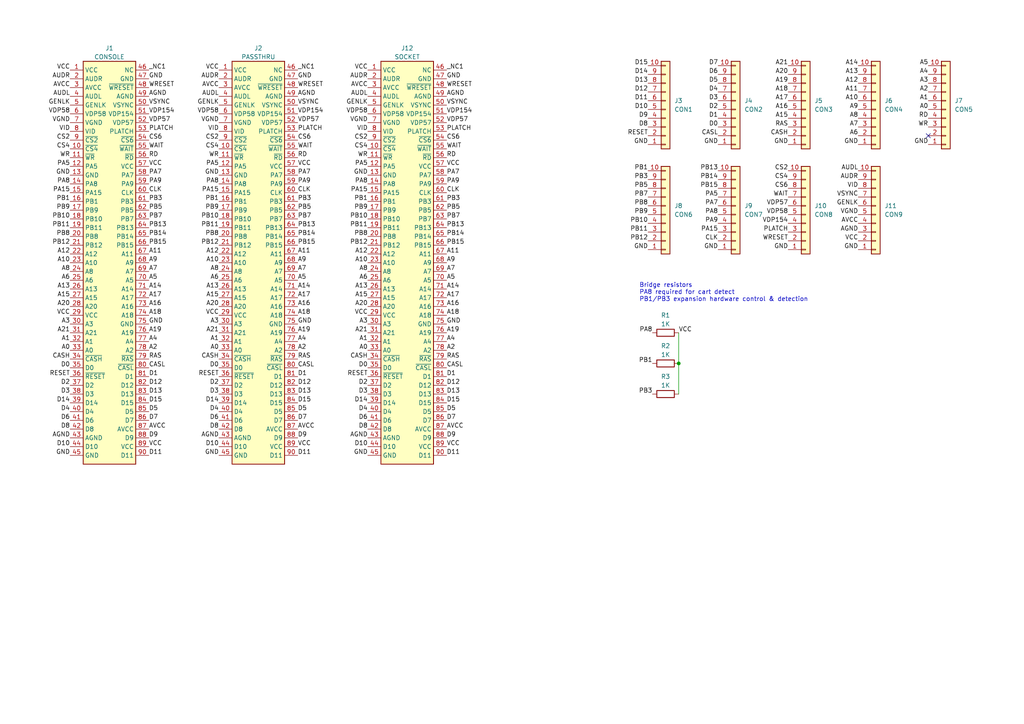
<source format=kicad_sch>
(kicad_sch (version 20230121) (generator eeschema)

  (uuid cd23bdc5-597a-4639-805e-7124d67923ad)

  (paper "A4")

  (lib_symbols
    (symbol "Connector_Generic:Conn_01x10" (pin_names (offset 1.016) hide) (in_bom yes) (on_board yes)
      (property "Reference" "J" (at 0 12.7 0)
        (effects (font (size 1.27 1.27)))
      )
      (property "Value" "Conn_01x10" (at 0 -15.24 0)
        (effects (font (size 1.27 1.27)))
      )
      (property "Footprint" "" (at 0 0 0)
        (effects (font (size 1.27 1.27)) hide)
      )
      (property "Datasheet" "~" (at 0 0 0)
        (effects (font (size 1.27 1.27)) hide)
      )
      (property "ki_keywords" "connector" (at 0 0 0)
        (effects (font (size 1.27 1.27)) hide)
      )
      (property "ki_description" "Generic connector, single row, 01x10, script generated (kicad-library-utils/schlib/autogen/connector/)" (at 0 0 0)
        (effects (font (size 1.27 1.27)) hide)
      )
      (property "ki_fp_filters" "Connector*:*_1x??_*" (at 0 0 0)
        (effects (font (size 1.27 1.27)) hide)
      )
      (symbol "Conn_01x10_1_1"
        (rectangle (start -1.27 -12.573) (end 0 -12.827)
          (stroke (width 0.1524) (type default))
          (fill (type none))
        )
        (rectangle (start -1.27 -10.033) (end 0 -10.287)
          (stroke (width 0.1524) (type default))
          (fill (type none))
        )
        (rectangle (start -1.27 -7.493) (end 0 -7.747)
          (stroke (width 0.1524) (type default))
          (fill (type none))
        )
        (rectangle (start -1.27 -4.953) (end 0 -5.207)
          (stroke (width 0.1524) (type default))
          (fill (type none))
        )
        (rectangle (start -1.27 -2.413) (end 0 -2.667)
          (stroke (width 0.1524) (type default))
          (fill (type none))
        )
        (rectangle (start -1.27 0.127) (end 0 -0.127)
          (stroke (width 0.1524) (type default))
          (fill (type none))
        )
        (rectangle (start -1.27 2.667) (end 0 2.413)
          (stroke (width 0.1524) (type default))
          (fill (type none))
        )
        (rectangle (start -1.27 5.207) (end 0 4.953)
          (stroke (width 0.1524) (type default))
          (fill (type none))
        )
        (rectangle (start -1.27 7.747) (end 0 7.493)
          (stroke (width 0.1524) (type default))
          (fill (type none))
        )
        (rectangle (start -1.27 10.287) (end 0 10.033)
          (stroke (width 0.1524) (type default))
          (fill (type none))
        )
        (rectangle (start -1.27 11.43) (end 1.27 -13.97)
          (stroke (width 0.254) (type default))
          (fill (type background))
        )
        (pin passive line (at -5.08 10.16 0) (length 3.81)
          (name "Pin_1" (effects (font (size 1.27 1.27))))
          (number "1" (effects (font (size 1.27 1.27))))
        )
        (pin passive line (at -5.08 -12.7 0) (length 3.81)
          (name "Pin_10" (effects (font (size 1.27 1.27))))
          (number "10" (effects (font (size 1.27 1.27))))
        )
        (pin passive line (at -5.08 7.62 0) (length 3.81)
          (name "Pin_2" (effects (font (size 1.27 1.27))))
          (number "2" (effects (font (size 1.27 1.27))))
        )
        (pin passive line (at -5.08 5.08 0) (length 3.81)
          (name "Pin_3" (effects (font (size 1.27 1.27))))
          (number "3" (effects (font (size 1.27 1.27))))
        )
        (pin passive line (at -5.08 2.54 0) (length 3.81)
          (name "Pin_4" (effects (font (size 1.27 1.27))))
          (number "4" (effects (font (size 1.27 1.27))))
        )
        (pin passive line (at -5.08 0 0) (length 3.81)
          (name "Pin_5" (effects (font (size 1.27 1.27))))
          (number "5" (effects (font (size 1.27 1.27))))
        )
        (pin passive line (at -5.08 -2.54 0) (length 3.81)
          (name "Pin_6" (effects (font (size 1.27 1.27))))
          (number "6" (effects (font (size 1.27 1.27))))
        )
        (pin passive line (at -5.08 -5.08 0) (length 3.81)
          (name "Pin_7" (effects (font (size 1.27 1.27))))
          (number "7" (effects (font (size 1.27 1.27))))
        )
        (pin passive line (at -5.08 -7.62 0) (length 3.81)
          (name "Pin_8" (effects (font (size 1.27 1.27))))
          (number "8" (effects (font (size 1.27 1.27))))
        )
        (pin passive line (at -5.08 -10.16 0) (length 3.81)
          (name "Pin_9" (effects (font (size 1.27 1.27))))
          (number "9" (effects (font (size 1.27 1.27))))
        )
      )
    )
    (symbol "Device:R" (pin_numbers hide) (pin_names (offset 0)) (in_bom yes) (on_board yes)
      (property "Reference" "R" (at 2.032 0 90)
        (effects (font (size 1.27 1.27)))
      )
      (property "Value" "R" (at 0 0 90)
        (effects (font (size 1.27 1.27)))
      )
      (property "Footprint" "" (at -1.778 0 90)
        (effects (font (size 1.27 1.27)) hide)
      )
      (property "Datasheet" "~" (at 0 0 0)
        (effects (font (size 1.27 1.27)) hide)
      )
      (property "ki_keywords" "R res resistor" (at 0 0 0)
        (effects (font (size 1.27 1.27)) hide)
      )
      (property "ki_description" "Resistor" (at 0 0 0)
        (effects (font (size 1.27 1.27)) hide)
      )
      (property "ki_fp_filters" "R_*" (at 0 0 0)
        (effects (font (size 1.27 1.27)) hide)
      )
      (symbol "R_0_1"
        (rectangle (start -1.016 -2.54) (end 1.016 2.54)
          (stroke (width 0.254) (type default))
          (fill (type none))
        )
      )
      (symbol "R_1_1"
        (pin passive line (at 0 3.81 270) (length 1.27)
          (name "~" (effects (font (size 1.27 1.27))))
          (number "1" (effects (font (size 1.27 1.27))))
        )
        (pin passive line (at 0 -3.81 90) (length 1.27)
          (name "~" (effects (font (size 1.27 1.27))))
          (number "2" (effects (font (size 1.27 1.27))))
        )
      )
    )
    (symbol "LoopyCart:Loopy-Cart-Edge" (in_bom yes) (on_board yes)
      (property "Reference" "J" (at 0 59.69 0)
        (effects (font (size 1.27 1.27)))
      )
      (property "Value" "Loopy-Cart-Edge" (at 0 -59.69 0)
        (effects (font (size 1.27 1.27)))
      )
      (property "Footprint" "" (at 0 58.42 0)
        (effects (font (size 1.27 1.27)) hide)
      )
      (property "Datasheet" "" (at 0 58.42 0)
        (effects (font (size 1.27 1.27)) hide)
      )
      (symbol "Loopy-Cart-Edge_1_1"
        (rectangle (start -7.62 58.42) (end 7.62 -58.42)
          (stroke (width 0.254) (type default))
          (fill (type background))
        )
        (pin power_out line (at -11.43 55.88 0) (length 3.81)
          (name "VCC" (effects (font (size 1.27 1.27))))
          (number "1" (effects (font (size 1.27 1.27))))
        )
        (pin output line (at -11.43 33.02 0) (length 3.81)
          (name "~{CS4}" (effects (font (size 1.27 1.27))))
          (number "10" (effects (font (size 1.27 1.27))))
        )
        (pin output line (at -11.43 30.48 0) (length 3.81)
          (name "~{WR}" (effects (font (size 1.27 1.27))))
          (number "11" (effects (font (size 1.27 1.27))))
        )
        (pin bidirectional line (at -11.43 27.94 0) (length 3.81)
          (name "PA5" (effects (font (size 1.27 1.27))))
          (number "12" (effects (font (size 1.27 1.27))))
        )
        (pin passive line (at -11.43 25.4 0) (length 3.81)
          (name "GND" (effects (font (size 1.27 1.27))))
          (number "13" (effects (font (size 1.27 1.27))))
        )
        (pin bidirectional line (at -11.43 22.86 0) (length 3.81)
          (name "PA8" (effects (font (size 1.27 1.27))))
          (number "14" (effects (font (size 1.27 1.27))))
        )
        (pin bidirectional line (at -11.43 20.32 0) (length 3.81)
          (name "PA15" (effects (font (size 1.27 1.27))))
          (number "15" (effects (font (size 1.27 1.27))))
        )
        (pin bidirectional line (at -11.43 17.78 0) (length 3.81)
          (name "PB1" (effects (font (size 1.27 1.27))))
          (number "16" (effects (font (size 1.27 1.27))))
        )
        (pin bidirectional line (at -11.43 15.24 0) (length 3.81)
          (name "PB9" (effects (font (size 1.27 1.27))))
          (number "17" (effects (font (size 1.27 1.27))))
        )
        (pin bidirectional line (at -11.43 12.7 0) (length 3.81)
          (name "PB10" (effects (font (size 1.27 1.27))))
          (number "18" (effects (font (size 1.27 1.27))))
        )
        (pin bidirectional line (at -11.43 10.16 0) (length 3.81)
          (name "PB11" (effects (font (size 1.27 1.27))))
          (number "19" (effects (font (size 1.27 1.27))))
        )
        (pin input line (at -11.43 53.34 0) (length 3.81)
          (name "AUDR" (effects (font (size 1.27 1.27))))
          (number "2" (effects (font (size 1.27 1.27))))
        )
        (pin bidirectional line (at -11.43 7.62 0) (length 3.81)
          (name "PB8" (effects (font (size 1.27 1.27))))
          (number "20" (effects (font (size 1.27 1.27))))
        )
        (pin bidirectional line (at -11.43 5.08 0) (length 3.81)
          (name "PB12" (effects (font (size 1.27 1.27))))
          (number "21" (effects (font (size 1.27 1.27))))
        )
        (pin output line (at -11.43 2.54 0) (length 3.81)
          (name "A12" (effects (font (size 1.27 1.27))))
          (number "22" (effects (font (size 1.27 1.27))))
        )
        (pin output line (at -11.43 0 0) (length 3.81)
          (name "A10" (effects (font (size 1.27 1.27))))
          (number "23" (effects (font (size 1.27 1.27))))
        )
        (pin output line (at -11.43 -2.54 0) (length 3.81)
          (name "A8" (effects (font (size 1.27 1.27))))
          (number "24" (effects (font (size 1.27 1.27))))
        )
        (pin output line (at -11.43 -5.08 0) (length 3.81)
          (name "A6" (effects (font (size 1.27 1.27))))
          (number "25" (effects (font (size 1.27 1.27))))
        )
        (pin output line (at -11.43 -7.62 0) (length 3.81)
          (name "A13" (effects (font (size 1.27 1.27))))
          (number "26" (effects (font (size 1.27 1.27))))
        )
        (pin output line (at -11.43 -10.16 0) (length 3.81)
          (name "A15" (effects (font (size 1.27 1.27))))
          (number "27" (effects (font (size 1.27 1.27))))
        )
        (pin output line (at -11.43 -12.7 0) (length 3.81)
          (name "A20" (effects (font (size 1.27 1.27))))
          (number "28" (effects (font (size 1.27 1.27))))
        )
        (pin passive line (at -11.43 -15.24 0) (length 3.81)
          (name "VCC" (effects (font (size 1.27 1.27))))
          (number "29" (effects (font (size 1.27 1.27))))
        )
        (pin power_out line (at -11.43 50.8 0) (length 3.81)
          (name "AVCC" (effects (font (size 1.27 1.27))))
          (number "3" (effects (font (size 1.27 1.27))))
        )
        (pin output line (at -11.43 -17.78 0) (length 3.81)
          (name "A3" (effects (font (size 1.27 1.27))))
          (number "30" (effects (font (size 1.27 1.27))))
        )
        (pin output line (at -11.43 -20.32 0) (length 3.81)
          (name "A21" (effects (font (size 1.27 1.27))))
          (number "31" (effects (font (size 1.27 1.27))))
        )
        (pin output line (at -11.43 -22.86 0) (length 3.81)
          (name "A1" (effects (font (size 1.27 1.27))))
          (number "32" (effects (font (size 1.27 1.27))))
        )
        (pin output line (at -11.43 -25.4 0) (length 3.81)
          (name "A0" (effects (font (size 1.27 1.27))))
          (number "33" (effects (font (size 1.27 1.27))))
        )
        (pin output line (at -11.43 -27.94 0) (length 3.81)
          (name "~{CASH}" (effects (font (size 1.27 1.27))))
          (number "34" (effects (font (size 1.27 1.27))))
        )
        (pin bidirectional line (at -11.43 -30.48 0) (length 3.81)
          (name "D0" (effects (font (size 1.27 1.27))))
          (number "35" (effects (font (size 1.27 1.27))))
        )
        (pin open_collector line (at -11.43 -33.02 0) (length 3.81)
          (name "~{RESET}" (effects (font (size 1.27 1.27))))
          (number "36" (effects (font (size 1.27 1.27))))
        )
        (pin bidirectional line (at -11.43 -35.56 0) (length 3.81)
          (name "D2" (effects (font (size 1.27 1.27))))
          (number "37" (effects (font (size 1.27 1.27))))
        )
        (pin bidirectional line (at -11.43 -38.1 0) (length 3.81)
          (name "D3" (effects (font (size 1.27 1.27))))
          (number "38" (effects (font (size 1.27 1.27))))
        )
        (pin bidirectional line (at -11.43 -40.64 0) (length 3.81)
          (name "D14" (effects (font (size 1.27 1.27))))
          (number "39" (effects (font (size 1.27 1.27))))
        )
        (pin input line (at -11.43 48.26 0) (length 3.81)
          (name "AUDL" (effects (font (size 1.27 1.27))))
          (number "4" (effects (font (size 1.27 1.27))))
        )
        (pin bidirectional line (at -11.43 -43.18 0) (length 3.81)
          (name "D4" (effects (font (size 1.27 1.27))))
          (number "40" (effects (font (size 1.27 1.27))))
        )
        (pin bidirectional line (at -11.43 -45.72 0) (length 3.81)
          (name "D6" (effects (font (size 1.27 1.27))))
          (number "41" (effects (font (size 1.27 1.27))))
        )
        (pin bidirectional line (at -11.43 -48.26 0) (length 3.81)
          (name "D8" (effects (font (size 1.27 1.27))))
          (number "42" (effects (font (size 1.27 1.27))))
        )
        (pin passive line (at -11.43 -50.8 0) (length 3.81)
          (name "AGND" (effects (font (size 1.27 1.27))))
          (number "43" (effects (font (size 1.27 1.27))))
        )
        (pin bidirectional line (at -11.43 -53.34 0) (length 3.81)
          (name "D10" (effects (font (size 1.27 1.27))))
          (number "44" (effects (font (size 1.27 1.27))))
        )
        (pin passive line (at -11.43 -55.88 0) (length 3.81)
          (name "GND" (effects (font (size 1.27 1.27))))
          (number "45" (effects (font (size 1.27 1.27))))
        )
        (pin passive line (at 11.43 55.88 180) (length 3.81)
          (name "NC" (effects (font (size 1.27 1.27))))
          (number "46" (effects (font (size 1.27 1.27))))
        )
        (pin power_out line (at 11.43 53.34 180) (length 3.81)
          (name "GND" (effects (font (size 1.27 1.27))))
          (number "47" (effects (font (size 1.27 1.27))))
        )
        (pin output line (at 11.43 50.8 180) (length 3.81)
          (name "~{WRESET}" (effects (font (size 1.27 1.27))))
          (number "48" (effects (font (size 1.27 1.27))))
        )
        (pin power_out line (at 11.43 48.26 180) (length 3.81)
          (name "AGND" (effects (font (size 1.27 1.27))))
          (number "49" (effects (font (size 1.27 1.27))))
        )
        (pin input line (at -11.43 45.72 0) (length 3.81)
          (name "GENLK" (effects (font (size 1.27 1.27))))
          (number "5" (effects (font (size 1.27 1.27))))
        )
        (pin output line (at 11.43 45.72 180) (length 3.81)
          (name "VSYNC" (effects (font (size 1.27 1.27))))
          (number "50" (effects (font (size 1.27 1.27))))
        )
        (pin bidirectional line (at 11.43 43.18 180) (length 3.81)
          (name "VDP154" (effects (font (size 1.27 1.27))))
          (number "51" (effects (font (size 1.27 1.27))))
        )
        (pin bidirectional line (at 11.43 40.64 180) (length 3.81)
          (name "VDP57" (effects (font (size 1.27 1.27))))
          (number "52" (effects (font (size 1.27 1.27))))
        )
        (pin output line (at 11.43 38.1 180) (length 3.81)
          (name "PLATCH" (effects (font (size 1.27 1.27))))
          (number "53" (effects (font (size 1.27 1.27))))
        )
        (pin output line (at 11.43 35.56 180) (length 3.81)
          (name "~{CS6}" (effects (font (size 1.27 1.27))))
          (number "54" (effects (font (size 1.27 1.27))))
        )
        (pin output line (at 11.43 33.02 180) (length 3.81)
          (name "~{WAIT}" (effects (font (size 1.27 1.27))))
          (number "55" (effects (font (size 1.27 1.27))))
        )
        (pin output line (at 11.43 30.48 180) (length 3.81)
          (name "~{RD}" (effects (font (size 1.27 1.27))))
          (number "56" (effects (font (size 1.27 1.27))))
        )
        (pin passive line (at 11.43 27.94 180) (length 3.81)
          (name "VCC" (effects (font (size 1.27 1.27))))
          (number "57" (effects (font (size 1.27 1.27))))
        )
        (pin bidirectional line (at 11.43 25.4 180) (length 3.81)
          (name "PA7" (effects (font (size 1.27 1.27))))
          (number "58" (effects (font (size 1.27 1.27))))
        )
        (pin bidirectional line (at 11.43 22.86 180) (length 3.81)
          (name "PA9" (effects (font (size 1.27 1.27))))
          (number "59" (effects (font (size 1.27 1.27))))
        )
        (pin bidirectional line (at -11.43 43.18 0) (length 3.81)
          (name "VDP58" (effects (font (size 1.27 1.27))))
          (number "6" (effects (font (size 1.27 1.27))))
        )
        (pin output line (at 11.43 20.32 180) (length 3.81)
          (name "CLK" (effects (font (size 1.27 1.27))))
          (number "60" (effects (font (size 1.27 1.27))))
        )
        (pin bidirectional line (at 11.43 17.78 180) (length 3.81)
          (name "PB3" (effects (font (size 1.27 1.27))))
          (number "61" (effects (font (size 1.27 1.27))))
        )
        (pin bidirectional line (at 11.43 15.24 180) (length 3.81)
          (name "PB5" (effects (font (size 1.27 1.27))))
          (number "62" (effects (font (size 1.27 1.27))))
        )
        (pin bidirectional line (at 11.43 12.7 180) (length 3.81)
          (name "PB7" (effects (font (size 1.27 1.27))))
          (number "63" (effects (font (size 1.27 1.27))))
        )
        (pin bidirectional line (at 11.43 10.16 180) (length 3.81)
          (name "PB13" (effects (font (size 1.27 1.27))))
          (number "64" (effects (font (size 1.27 1.27))))
        )
        (pin bidirectional line (at 11.43 7.62 180) (length 3.81)
          (name "PB14" (effects (font (size 1.27 1.27))))
          (number "65" (effects (font (size 1.27 1.27))))
        )
        (pin bidirectional line (at 11.43 5.08 180) (length 3.81)
          (name "PB15" (effects (font (size 1.27 1.27))))
          (number "66" (effects (font (size 1.27 1.27))))
        )
        (pin output line (at 11.43 2.54 180) (length 3.81)
          (name "A11" (effects (font (size 1.27 1.27))))
          (number "67" (effects (font (size 1.27 1.27))))
        )
        (pin output line (at 11.43 0 180) (length 3.81)
          (name "A9" (effects (font (size 1.27 1.27))))
          (number "68" (effects (font (size 1.27 1.27))))
        )
        (pin output line (at 11.43 -2.54 180) (length 3.81)
          (name "A7" (effects (font (size 1.27 1.27))))
          (number "69" (effects (font (size 1.27 1.27))))
        )
        (pin power_out line (at -11.43 40.64 0) (length 3.81)
          (name "VGND" (effects (font (size 1.27 1.27))))
          (number "7" (effects (font (size 1.27 1.27))))
        )
        (pin output line (at 11.43 -5.08 180) (length 3.81)
          (name "A5" (effects (font (size 1.27 1.27))))
          (number "70" (effects (font (size 1.27 1.27))))
        )
        (pin output line (at 11.43 -7.62 180) (length 3.81)
          (name "A14" (effects (font (size 1.27 1.27))))
          (number "71" (effects (font (size 1.27 1.27))))
        )
        (pin output line (at 11.43 -10.16 180) (length 3.81)
          (name "A17" (effects (font (size 1.27 1.27))))
          (number "72" (effects (font (size 1.27 1.27))))
        )
        (pin output line (at 11.43 -12.7 180) (length 3.81)
          (name "A16" (effects (font (size 1.27 1.27))))
          (number "73" (effects (font (size 1.27 1.27))))
        )
        (pin output line (at 11.43 -15.24 180) (length 3.81)
          (name "A18" (effects (font (size 1.27 1.27))))
          (number "74" (effects (font (size 1.27 1.27))))
        )
        (pin passive line (at 11.43 -17.78 180) (length 3.81)
          (name "GND" (effects (font (size 1.27 1.27))))
          (number "75" (effects (font (size 1.27 1.27))))
        )
        (pin output line (at 11.43 -20.32 180) (length 3.81)
          (name "A19" (effects (font (size 1.27 1.27))))
          (number "76" (effects (font (size 1.27 1.27))))
        )
        (pin output line (at 11.43 -22.86 180) (length 3.81)
          (name "A4" (effects (font (size 1.27 1.27))))
          (number "77" (effects (font (size 1.27 1.27))))
        )
        (pin output line (at 11.43 -25.4 180) (length 3.81)
          (name "A2" (effects (font (size 1.27 1.27))))
          (number "78" (effects (font (size 1.27 1.27))))
        )
        (pin output line (at 11.43 -27.94 180) (length 3.81)
          (name "~{RAS}" (effects (font (size 1.27 1.27))))
          (number "79" (effects (font (size 1.27 1.27))))
        )
        (pin input line (at -11.43 38.1 0) (length 3.81)
          (name "VID" (effects (font (size 1.27 1.27))))
          (number "8" (effects (font (size 1.27 1.27))))
        )
        (pin output line (at 11.43 -30.48 180) (length 3.81)
          (name "~{CASL}" (effects (font (size 1.27 1.27))))
          (number "80" (effects (font (size 1.27 1.27))))
        )
        (pin bidirectional line (at 11.43 -33.02 180) (length 3.81)
          (name "D1" (effects (font (size 1.27 1.27))))
          (number "81" (effects (font (size 1.27 1.27))))
        )
        (pin bidirectional line (at 11.43 -35.56 180) (length 3.81)
          (name "D12" (effects (font (size 1.27 1.27))))
          (number "82" (effects (font (size 1.27 1.27))))
        )
        (pin bidirectional line (at 11.43 -38.1 180) (length 3.81)
          (name "D13" (effects (font (size 1.27 1.27))))
          (number "83" (effects (font (size 1.27 1.27))))
        )
        (pin bidirectional line (at 11.43 -40.64 180) (length 3.81)
          (name "D15" (effects (font (size 1.27 1.27))))
          (number "84" (effects (font (size 1.27 1.27))))
        )
        (pin bidirectional line (at 11.43 -43.18 180) (length 3.81)
          (name "D5" (effects (font (size 1.27 1.27))))
          (number "85" (effects (font (size 1.27 1.27))))
        )
        (pin bidirectional line (at 11.43 -45.72 180) (length 3.81)
          (name "D7" (effects (font (size 1.27 1.27))))
          (number "86" (effects (font (size 1.27 1.27))))
        )
        (pin passive line (at 11.43 -48.26 180) (length 3.81)
          (name "AVCC" (effects (font (size 1.27 1.27))))
          (number "87" (effects (font (size 1.27 1.27))))
        )
        (pin bidirectional line (at 11.43 -50.8 180) (length 3.81)
          (name "D9" (effects (font (size 1.27 1.27))))
          (number "88" (effects (font (size 1.27 1.27))))
        )
        (pin passive line (at 11.43 -53.34 180) (length 3.81)
          (name "VCC" (effects (font (size 1.27 1.27))))
          (number "89" (effects (font (size 1.27 1.27))))
        )
        (pin output line (at -11.43 35.56 0) (length 3.81)
          (name "~{CS2}" (effects (font (size 1.27 1.27))))
          (number "9" (effects (font (size 1.27 1.27))))
        )
        (pin bidirectional line (at 11.43 -55.88 180) (length 3.81)
          (name "D11" (effects (font (size 1.27 1.27))))
          (number "90" (effects (font (size 1.27 1.27))))
        )
      )
    )
    (symbol "LoopyCart:Loopy-Cart-Socket" (in_bom yes) (on_board yes)
      (property "Reference" "J" (at 0 59.69 0)
        (effects (font (size 1.27 1.27)))
      )
      (property "Value" "Loopy-Cart-Socket" (at 0 -59.69 0)
        (effects (font (size 1.27 1.27)))
      )
      (property "Footprint" "" (at 0 58.42 0)
        (effects (font (size 1.27 1.27)) hide)
      )
      (property "Datasheet" "" (at 0 58.42 0)
        (effects (font (size 1.27 1.27)) hide)
      )
      (symbol "Loopy-Cart-Socket_1_1"
        (rectangle (start -7.62 58.42) (end 7.62 -58.42)
          (stroke (width 0.254) (type default))
          (fill (type background))
        )
        (pin power_in line (at -11.43 55.88 0) (length 3.81)
          (name "VCC" (effects (font (size 1.27 1.27))))
          (number "1" (effects (font (size 1.27 1.27))))
        )
        (pin input line (at -11.43 33.02 0) (length 3.81)
          (name "~{CS4}" (effects (font (size 1.27 1.27))))
          (number "10" (effects (font (size 1.27 1.27))))
        )
        (pin input line (at -11.43 30.48 0) (length 3.81)
          (name "~{WR}" (effects (font (size 1.27 1.27))))
          (number "11" (effects (font (size 1.27 1.27))))
        )
        (pin bidirectional line (at -11.43 27.94 0) (length 3.81)
          (name "PA5" (effects (font (size 1.27 1.27))))
          (number "12" (effects (font (size 1.27 1.27))))
        )
        (pin power_in line (at -11.43 25.4 0) (length 3.81)
          (name "GND" (effects (font (size 1.27 1.27))))
          (number "13" (effects (font (size 1.27 1.27))))
        )
        (pin bidirectional line (at -11.43 22.86 0) (length 3.81)
          (name "PA8" (effects (font (size 1.27 1.27))))
          (number "14" (effects (font (size 1.27 1.27))))
        )
        (pin bidirectional line (at -11.43 20.32 0) (length 3.81)
          (name "PA15" (effects (font (size 1.27 1.27))))
          (number "15" (effects (font (size 1.27 1.27))))
        )
        (pin bidirectional line (at -11.43 17.78 0) (length 3.81)
          (name "PB1" (effects (font (size 1.27 1.27))))
          (number "16" (effects (font (size 1.27 1.27))))
        )
        (pin bidirectional line (at -11.43 15.24 0) (length 3.81)
          (name "PB9" (effects (font (size 1.27 1.27))))
          (number "17" (effects (font (size 1.27 1.27))))
        )
        (pin bidirectional line (at -11.43 12.7 0) (length 3.81)
          (name "PB10" (effects (font (size 1.27 1.27))))
          (number "18" (effects (font (size 1.27 1.27))))
        )
        (pin bidirectional line (at -11.43 10.16 0) (length 3.81)
          (name "PB11" (effects (font (size 1.27 1.27))))
          (number "19" (effects (font (size 1.27 1.27))))
        )
        (pin output line (at -11.43 53.34 0) (length 3.81)
          (name "AUDR" (effects (font (size 1.27 1.27))))
          (number "2" (effects (font (size 1.27 1.27))))
        )
        (pin bidirectional line (at -11.43 7.62 0) (length 3.81)
          (name "PB8" (effects (font (size 1.27 1.27))))
          (number "20" (effects (font (size 1.27 1.27))))
        )
        (pin bidirectional line (at -11.43 5.08 0) (length 3.81)
          (name "PB12" (effects (font (size 1.27 1.27))))
          (number "21" (effects (font (size 1.27 1.27))))
        )
        (pin input line (at -11.43 2.54 0) (length 3.81)
          (name "A12" (effects (font (size 1.27 1.27))))
          (number "22" (effects (font (size 1.27 1.27))))
        )
        (pin input line (at -11.43 0 0) (length 3.81)
          (name "A10" (effects (font (size 1.27 1.27))))
          (number "23" (effects (font (size 1.27 1.27))))
        )
        (pin input line (at -11.43 -2.54 0) (length 3.81)
          (name "A8" (effects (font (size 1.27 1.27))))
          (number "24" (effects (font (size 1.27 1.27))))
        )
        (pin input line (at -11.43 -5.08 0) (length 3.81)
          (name "A6" (effects (font (size 1.27 1.27))))
          (number "25" (effects (font (size 1.27 1.27))))
        )
        (pin input line (at -11.43 -7.62 0) (length 3.81)
          (name "A13" (effects (font (size 1.27 1.27))))
          (number "26" (effects (font (size 1.27 1.27))))
        )
        (pin input line (at -11.43 -10.16 0) (length 3.81)
          (name "A15" (effects (font (size 1.27 1.27))))
          (number "27" (effects (font (size 1.27 1.27))))
        )
        (pin input line (at -11.43 -12.7 0) (length 3.81)
          (name "A20" (effects (font (size 1.27 1.27))))
          (number "28" (effects (font (size 1.27 1.27))))
        )
        (pin power_in line (at -11.43 -15.24 0) (length 3.81)
          (name "VCC" (effects (font (size 1.27 1.27))))
          (number "29" (effects (font (size 1.27 1.27))))
        )
        (pin power_in line (at -11.43 50.8 0) (length 3.81)
          (name "AVCC" (effects (font (size 1.27 1.27))))
          (number "3" (effects (font (size 1.27 1.27))))
        )
        (pin input line (at -11.43 -17.78 0) (length 3.81)
          (name "A3" (effects (font (size 1.27 1.27))))
          (number "30" (effects (font (size 1.27 1.27))))
        )
        (pin input line (at -11.43 -20.32 0) (length 3.81)
          (name "A21" (effects (font (size 1.27 1.27))))
          (number "31" (effects (font (size 1.27 1.27))))
        )
        (pin input line (at -11.43 -22.86 0) (length 3.81)
          (name "A1" (effects (font (size 1.27 1.27))))
          (number "32" (effects (font (size 1.27 1.27))))
        )
        (pin input line (at -11.43 -25.4 0) (length 3.81)
          (name "A0" (effects (font (size 1.27 1.27))))
          (number "33" (effects (font (size 1.27 1.27))))
        )
        (pin input line (at -11.43 -27.94 0) (length 3.81)
          (name "~{CASH}" (effects (font (size 1.27 1.27))))
          (number "34" (effects (font (size 1.27 1.27))))
        )
        (pin bidirectional line (at -11.43 -30.48 0) (length 3.81)
          (name "D0" (effects (font (size 1.27 1.27))))
          (number "35" (effects (font (size 1.27 1.27))))
        )
        (pin open_collector line (at -11.43 -33.02 0) (length 3.81)
          (name "~{RESET}" (effects (font (size 1.27 1.27))))
          (number "36" (effects (font (size 1.27 1.27))))
        )
        (pin bidirectional line (at -11.43 -35.56 0) (length 3.81)
          (name "D2" (effects (font (size 1.27 1.27))))
          (number "37" (effects (font (size 1.27 1.27))))
        )
        (pin bidirectional line (at -11.43 -38.1 0) (length 3.81)
          (name "D3" (effects (font (size 1.27 1.27))))
          (number "38" (effects (font (size 1.27 1.27))))
        )
        (pin bidirectional line (at -11.43 -40.64 0) (length 3.81)
          (name "D14" (effects (font (size 1.27 1.27))))
          (number "39" (effects (font (size 1.27 1.27))))
        )
        (pin output line (at -11.43 48.26 0) (length 3.81)
          (name "AUDL" (effects (font (size 1.27 1.27))))
          (number "4" (effects (font (size 1.27 1.27))))
        )
        (pin bidirectional line (at -11.43 -43.18 0) (length 3.81)
          (name "D4" (effects (font (size 1.27 1.27))))
          (number "40" (effects (font (size 1.27 1.27))))
        )
        (pin bidirectional line (at -11.43 -45.72 0) (length 3.81)
          (name "D6" (effects (font (size 1.27 1.27))))
          (number "41" (effects (font (size 1.27 1.27))))
        )
        (pin bidirectional line (at -11.43 -48.26 0) (length 3.81)
          (name "D8" (effects (font (size 1.27 1.27))))
          (number "42" (effects (font (size 1.27 1.27))))
        )
        (pin power_in line (at -11.43 -50.8 0) (length 3.81)
          (name "AGND" (effects (font (size 1.27 1.27))))
          (number "43" (effects (font (size 1.27 1.27))))
        )
        (pin bidirectional line (at -11.43 -53.34 0) (length 3.81)
          (name "D10" (effects (font (size 1.27 1.27))))
          (number "44" (effects (font (size 1.27 1.27))))
        )
        (pin power_in line (at -11.43 -55.88 0) (length 3.81)
          (name "GND" (effects (font (size 1.27 1.27))))
          (number "45" (effects (font (size 1.27 1.27))))
        )
        (pin passive line (at 11.43 55.88 180) (length 3.81)
          (name "NC" (effects (font (size 1.27 1.27))))
          (number "46" (effects (font (size 1.27 1.27))))
        )
        (pin power_in line (at 11.43 53.34 180) (length 3.81)
          (name "GND" (effects (font (size 1.27 1.27))))
          (number "47" (effects (font (size 1.27 1.27))))
        )
        (pin input line (at 11.43 50.8 180) (length 3.81)
          (name "~{WRESET}" (effects (font (size 1.27 1.27))))
          (number "48" (effects (font (size 1.27 1.27))))
        )
        (pin power_in line (at 11.43 48.26 180) (length 3.81)
          (name "AGND" (effects (font (size 1.27 1.27))))
          (number "49" (effects (font (size 1.27 1.27))))
        )
        (pin output line (at -11.43 45.72 0) (length 3.81)
          (name "GENLK" (effects (font (size 1.27 1.27))))
          (number "5" (effects (font (size 1.27 1.27))))
        )
        (pin input line (at 11.43 45.72 180) (length 3.81)
          (name "VSYNC" (effects (font (size 1.27 1.27))))
          (number "50" (effects (font (size 1.27 1.27))))
        )
        (pin bidirectional line (at 11.43 43.18 180) (length 3.81)
          (name "VDP154" (effects (font (size 1.27 1.27))))
          (number "51" (effects (font (size 1.27 1.27))))
        )
        (pin bidirectional line (at 11.43 40.64 180) (length 3.81)
          (name "VDP57" (effects (font (size 1.27 1.27))))
          (number "52" (effects (font (size 1.27 1.27))))
        )
        (pin input line (at 11.43 38.1 180) (length 3.81)
          (name "PLATCH" (effects (font (size 1.27 1.27))))
          (number "53" (effects (font (size 1.27 1.27))))
        )
        (pin input line (at 11.43 35.56 180) (length 3.81)
          (name "~{CS6}" (effects (font (size 1.27 1.27))))
          (number "54" (effects (font (size 1.27 1.27))))
        )
        (pin input line (at 11.43 33.02 180) (length 3.81)
          (name "~{WAIT}" (effects (font (size 1.27 1.27))))
          (number "55" (effects (font (size 1.27 1.27))))
        )
        (pin input line (at 11.43 30.48 180) (length 3.81)
          (name "~{RD}" (effects (font (size 1.27 1.27))))
          (number "56" (effects (font (size 1.27 1.27))))
        )
        (pin power_in line (at 11.43 27.94 180) (length 3.81)
          (name "VCC" (effects (font (size 1.27 1.27))))
          (number "57" (effects (font (size 1.27 1.27))))
        )
        (pin bidirectional line (at 11.43 25.4 180) (length 3.81)
          (name "PA7" (effects (font (size 1.27 1.27))))
          (number "58" (effects (font (size 1.27 1.27))))
        )
        (pin bidirectional line (at 11.43 22.86 180) (length 3.81)
          (name "PA9" (effects (font (size 1.27 1.27))))
          (number "59" (effects (font (size 1.27 1.27))))
        )
        (pin bidirectional line (at -11.43 43.18 0) (length 3.81)
          (name "VDP58" (effects (font (size 1.27 1.27))))
          (number "6" (effects (font (size 1.27 1.27))))
        )
        (pin input line (at 11.43 20.32 180) (length 3.81)
          (name "CLK" (effects (font (size 1.27 1.27))))
          (number "60" (effects (font (size 1.27 1.27))))
        )
        (pin bidirectional line (at 11.43 17.78 180) (length 3.81)
          (name "PB3" (effects (font (size 1.27 1.27))))
          (number "61" (effects (font (size 1.27 1.27))))
        )
        (pin bidirectional line (at 11.43 15.24 180) (length 3.81)
          (name "PB5" (effects (font (size 1.27 1.27))))
          (number "62" (effects (font (size 1.27 1.27))))
        )
        (pin bidirectional line (at 11.43 12.7 180) (length 3.81)
          (name "PB7" (effects (font (size 1.27 1.27))))
          (number "63" (effects (font (size 1.27 1.27))))
        )
        (pin bidirectional line (at 11.43 10.16 180) (length 3.81)
          (name "PB13" (effects (font (size 1.27 1.27))))
          (number "64" (effects (font (size 1.27 1.27))))
        )
        (pin bidirectional line (at 11.43 7.62 180) (length 3.81)
          (name "PB14" (effects (font (size 1.27 1.27))))
          (number "65" (effects (font (size 1.27 1.27))))
        )
        (pin bidirectional line (at 11.43 5.08 180) (length 3.81)
          (name "PB15" (effects (font (size 1.27 1.27))))
          (number "66" (effects (font (size 1.27 1.27))))
        )
        (pin input line (at 11.43 2.54 180) (length 3.81)
          (name "A11" (effects (font (size 1.27 1.27))))
          (number "67" (effects (font (size 1.27 1.27))))
        )
        (pin input line (at 11.43 0 180) (length 3.81)
          (name "A9" (effects (font (size 1.27 1.27))))
          (number "68" (effects (font (size 1.27 1.27))))
        )
        (pin input line (at 11.43 -2.54 180) (length 3.81)
          (name "A7" (effects (font (size 1.27 1.27))))
          (number "69" (effects (font (size 1.27 1.27))))
        )
        (pin power_in line (at -11.43 40.64 0) (length 3.81)
          (name "VGND" (effects (font (size 1.27 1.27))))
          (number "7" (effects (font (size 1.27 1.27))))
        )
        (pin input line (at 11.43 -5.08 180) (length 3.81)
          (name "A5" (effects (font (size 1.27 1.27))))
          (number "70" (effects (font (size 1.27 1.27))))
        )
        (pin input line (at 11.43 -7.62 180) (length 3.81)
          (name "A14" (effects (font (size 1.27 1.27))))
          (number "71" (effects (font (size 1.27 1.27))))
        )
        (pin input line (at 11.43 -10.16 180) (length 3.81)
          (name "A17" (effects (font (size 1.27 1.27))))
          (number "72" (effects (font (size 1.27 1.27))))
        )
        (pin input line (at 11.43 -12.7 180) (length 3.81)
          (name "A16" (effects (font (size 1.27 1.27))))
          (number "73" (effects (font (size 1.27 1.27))))
        )
        (pin input line (at 11.43 -15.24 180) (length 3.81)
          (name "A18" (effects (font (size 1.27 1.27))))
          (number "74" (effects (font (size 1.27 1.27))))
        )
        (pin power_in line (at 11.43 -17.78 180) (length 3.81)
          (name "GND" (effects (font (size 1.27 1.27))))
          (number "75" (effects (font (size 1.27 1.27))))
        )
        (pin input line (at 11.43 -20.32 180) (length 3.81)
          (name "A19" (effects (font (size 1.27 1.27))))
          (number "76" (effects (font (size 1.27 1.27))))
        )
        (pin input line (at 11.43 -22.86 180) (length 3.81)
          (name "A4" (effects (font (size 1.27 1.27))))
          (number "77" (effects (font (size 1.27 1.27))))
        )
        (pin input line (at 11.43 -25.4 180) (length 3.81)
          (name "A2" (effects (font (size 1.27 1.27))))
          (number "78" (effects (font (size 1.27 1.27))))
        )
        (pin input line (at 11.43 -27.94 180) (length 3.81)
          (name "~{RAS}" (effects (font (size 1.27 1.27))))
          (number "79" (effects (font (size 1.27 1.27))))
        )
        (pin output line (at -11.43 38.1 0) (length 3.81)
          (name "VID" (effects (font (size 1.27 1.27))))
          (number "8" (effects (font (size 1.27 1.27))))
        )
        (pin input line (at 11.43 -30.48 180) (length 3.81)
          (name "~{CASL}" (effects (font (size 1.27 1.27))))
          (number "80" (effects (font (size 1.27 1.27))))
        )
        (pin bidirectional line (at 11.43 -33.02 180) (length 3.81)
          (name "D1" (effects (font (size 1.27 1.27))))
          (number "81" (effects (font (size 1.27 1.27))))
        )
        (pin bidirectional line (at 11.43 -35.56 180) (length 3.81)
          (name "D12" (effects (font (size 1.27 1.27))))
          (number "82" (effects (font (size 1.27 1.27))))
        )
        (pin bidirectional line (at 11.43 -38.1 180) (length 3.81)
          (name "D13" (effects (font (size 1.27 1.27))))
          (number "83" (effects (font (size 1.27 1.27))))
        )
        (pin bidirectional line (at 11.43 -40.64 180) (length 3.81)
          (name "D15" (effects (font (size 1.27 1.27))))
          (number "84" (effects (font (size 1.27 1.27))))
        )
        (pin bidirectional line (at 11.43 -43.18 180) (length 3.81)
          (name "D5" (effects (font (size 1.27 1.27))))
          (number "85" (effects (font (size 1.27 1.27))))
        )
        (pin bidirectional line (at 11.43 -45.72 180) (length 3.81)
          (name "D7" (effects (font (size 1.27 1.27))))
          (number "86" (effects (font (size 1.27 1.27))))
        )
        (pin power_in line (at 11.43 -48.26 180) (length 3.81)
          (name "AVCC" (effects (font (size 1.27 1.27))))
          (number "87" (effects (font (size 1.27 1.27))))
        )
        (pin bidirectional line (at 11.43 -50.8 180) (length 3.81)
          (name "D9" (effects (font (size 1.27 1.27))))
          (number "88" (effects (font (size 1.27 1.27))))
        )
        (pin power_in line (at 11.43 -53.34 180) (length 3.81)
          (name "VCC" (effects (font (size 1.27 1.27))))
          (number "89" (effects (font (size 1.27 1.27))))
        )
        (pin input line (at -11.43 35.56 0) (length 3.81)
          (name "~{CS2}" (effects (font (size 1.27 1.27))))
          (number "9" (effects (font (size 1.27 1.27))))
        )
        (pin bidirectional line (at 11.43 -55.88 180) (length 3.81)
          (name "D11" (effects (font (size 1.27 1.27))))
          (number "90" (effects (font (size 1.27 1.27))))
        )
      )
    )
  )


  (junction (at 196.85 105.41) (diameter 0) (color 0 0 0 0)
    (uuid c379ce2f-0fc1-41f8-b94a-135a2b37efb2)
  )

  (no_connect (at 269.24 39.37) (uuid b48897ce-e271-4712-b0ef-a1228d0e4f72))

  (wire (pts (xy 196.85 96.52) (xy 196.85 105.41))
    (stroke (width 0) (type default))
    (uuid 1419a3ac-78ed-433e-93b7-eb3c13cccf9f)
  )
  (wire (pts (xy 196.85 105.41) (xy 196.85 114.3))
    (stroke (width 0) (type default))
    (uuid 9baca7aa-0e69-4b78-a5b8-36e85832f363)
  )

  (text "Bridge resistors\nPA8 required for cart detect\nPB1/PB3 expansion hardware control & detection"
    (at 185.42 87.63 0)
    (effects (font (size 1.27 1.27)) (justify left bottom))
    (uuid 33bdbdc6-f3dc-4947-ac6f-b4bda4736dcf)
  )

  (label "GND" (at 20.32 50.8 180) (fields_autoplaced)
    (effects (font (size 1.27 1.27)) (justify right bottom))
    (uuid 001204a4-8544-4e31-9cdb-a7e0c55dee52)
  )
  (label "WAIT" (at 228.6 57.15 180) (fields_autoplaced)
    (effects (font (size 1.27 1.27)) (justify right bottom))
    (uuid 0088a7e7-885f-4485-a852-f23be24523dc)
  )
  (label "A10" (at 63.5 76.2 180) (fields_autoplaced)
    (effects (font (size 1.27 1.27)) (justify right bottom))
    (uuid 00b21e61-b3f3-4ecb-8327-3cce0ee03e53)
  )
  (label "D13" (at 86.36 114.3 0) (fields_autoplaced)
    (effects (font (size 1.27 1.27)) (justify left bottom))
    (uuid 01125d74-2308-489c-9a63-f9aa47d4d986)
  )
  (label "_NC1" (at 129.54 20.32 0) (fields_autoplaced)
    (effects (font (size 1.27 1.27)) (justify left bottom))
    (uuid 028ee18d-4e2c-42d9-ac97-7acc1a0c90aa)
  )
  (label "GND" (at 63.5 50.8 180) (fields_autoplaced)
    (effects (font (size 1.27 1.27)) (justify right bottom))
    (uuid 03544471-a450-4a93-82f4-767fe2853901)
  )
  (label "PA7" (at 208.28 59.69 180) (fields_autoplaced)
    (effects (font (size 1.27 1.27)) (justify right bottom))
    (uuid 03933441-ecbe-4174-b929-492357749759)
  )
  (label "A4" (at 43.18 99.06 0) (fields_autoplaced)
    (effects (font (size 1.27 1.27)) (justify left bottom))
    (uuid 0425ec98-93bb-434a-9dd0-c658f7e20da8)
  )
  (label "A5" (at 86.36 81.28 0) (fields_autoplaced)
    (effects (font (size 1.27 1.27)) (justify left bottom))
    (uuid 064d42a5-0a0b-492b-8ed8-c28b8a9c48f5)
  )
  (label "D14" (at 63.5 116.84 180) (fields_autoplaced)
    (effects (font (size 1.27 1.27)) (justify right bottom))
    (uuid 07808107-18fb-4623-89b8-72fd42ca6d95)
  )
  (label "CS4" (at 20.32 43.18 180) (fields_autoplaced)
    (effects (font (size 1.27 1.27)) (justify right bottom))
    (uuid 0832d8e1-a311-420a-a9e7-a84ca92aa33d)
  )
  (label "PB8" (at 20.32 68.58 180) (fields_autoplaced)
    (effects (font (size 1.27 1.27)) (justify right bottom))
    (uuid 088bdf80-a061-4e05-a308-b3378b0fbd08)
  )
  (label "VDP154" (at 86.36 33.02 0) (fields_autoplaced)
    (effects (font (size 1.27 1.27)) (justify left bottom))
    (uuid 0925a632-b9a4-48fc-8d6f-637af4a81f8f)
  )
  (label "PA5" (at 106.68 48.26 180) (fields_autoplaced)
    (effects (font (size 1.27 1.27)) (justify right bottom))
    (uuid 0a5bcc23-6360-4f10-b374-dae90eb686b9)
  )
  (label "D13" (at 43.18 114.3 0) (fields_autoplaced)
    (effects (font (size 1.27 1.27)) (justify left bottom))
    (uuid 0b28a933-5d40-42cb-bf5f-062cf6d16136)
  )
  (label "A16" (at 228.6 31.75 180) (fields_autoplaced)
    (effects (font (size 1.27 1.27)) (justify right bottom))
    (uuid 0bc286f0-1865-47ae-a599-828888ee64e2)
  )
  (label "D10" (at 106.68 129.54 180) (fields_autoplaced)
    (effects (font (size 1.27 1.27)) (justify right bottom))
    (uuid 0c5ba74d-6db5-4949-b14c-866cb5a24073)
  )
  (label "D14" (at 106.68 116.84 180) (fields_autoplaced)
    (effects (font (size 1.27 1.27)) (justify right bottom))
    (uuid 0c5c1389-64b0-4c64-b42d-9cc18f0ec3f6)
  )
  (label "VCC" (at 63.5 20.32 180) (fields_autoplaced)
    (effects (font (size 1.27 1.27)) (justify right bottom))
    (uuid 0c7d5c65-98b2-478b-ad6f-abdf00c8ac3a)
  )
  (label "PB5" (at 187.96 54.61 180) (fields_autoplaced)
    (effects (font (size 1.27 1.27)) (justify right bottom))
    (uuid 1056eb5f-1ce3-48cf-b9c5-60aecc4bfa37)
  )
  (label "A21" (at 228.6 19.05 180) (fields_autoplaced)
    (effects (font (size 1.27 1.27)) (justify right bottom))
    (uuid 108c6b73-ce60-4046-88e5-bebff3f5f20d)
  )
  (label "A5" (at 129.54 81.28 0) (fields_autoplaced)
    (effects (font (size 1.27 1.27)) (justify left bottom))
    (uuid 117692fe-0a22-4d3f-8cca-2fa4b89c2cda)
  )
  (label "VGND" (at 106.68 35.56 180) (fields_autoplaced)
    (effects (font (size 1.27 1.27)) (justify right bottom))
    (uuid 12588615-892e-4721-a960-0d203674dbc8)
  )
  (label "VGND" (at 20.32 35.56 180) (fields_autoplaced)
    (effects (font (size 1.27 1.27)) (justify right bottom))
    (uuid 13e91acc-663c-4b2b-a79a-b6490c91e1b7)
  )
  (label "VDP58" (at 106.68 33.02 180) (fields_autoplaced)
    (effects (font (size 1.27 1.27)) (justify right bottom))
    (uuid 1436fe00-2b68-41c6-94c9-1a856394e0ab)
  )
  (label "D10" (at 63.5 129.54 180) (fields_autoplaced)
    (effects (font (size 1.27 1.27)) (justify right bottom))
    (uuid 146021de-3646-47a5-9115-d879e6fb3642)
  )
  (label "D7" (at 43.18 121.92 0) (fields_autoplaced)
    (effects (font (size 1.27 1.27)) (justify left bottom))
    (uuid 14733769-8894-448a-a083-c8d2edbc077b)
  )
  (label "PB14" (at 129.54 68.58 0) (fields_autoplaced)
    (effects (font (size 1.27 1.27)) (justify left bottom))
    (uuid 14b18567-b853-4b00-89c4-d44c97f6f45b)
  )
  (label "AVCC" (at 106.68 25.4 180) (fields_autoplaced)
    (effects (font (size 1.27 1.27)) (justify right bottom))
    (uuid 1559f329-cde3-46db-918a-d47fcd25aaad)
  )
  (label "CS6" (at 228.6 54.61 180) (fields_autoplaced)
    (effects (font (size 1.27 1.27)) (justify right bottom))
    (uuid 1587525f-7f60-4022-92a0-e8100dcaab21)
  )
  (label "A21" (at 106.68 96.52 180) (fields_autoplaced)
    (effects (font (size 1.27 1.27)) (justify right bottom))
    (uuid 15d423ba-c315-45b0-9f8c-6f294dd2994f)
  )
  (label "GND" (at 269.24 41.91 180) (fields_autoplaced)
    (effects (font (size 1.27 1.27)) (justify right bottom))
    (uuid 15d77f32-83fa-47f3-98db-6c3545236062)
  )
  (label "AVCC" (at 43.18 124.46 0) (fields_autoplaced)
    (effects (font (size 1.27 1.27)) (justify left bottom))
    (uuid 168c450b-bf33-49ac-9db8-d280164ff499)
  )
  (label "D12" (at 187.96 26.67 180) (fields_autoplaced)
    (effects (font (size 1.27 1.27)) (justify right bottom))
    (uuid 16a3fe07-2723-4025-9b70-391c3ca784fa)
  )
  (label "D10" (at 20.32 129.54 180) (fields_autoplaced)
    (effects (font (size 1.27 1.27)) (justify right bottom))
    (uuid 16e63364-d229-41d1-9b13-5591ae71bdca)
  )
  (label "CLK" (at 43.18 55.88 0) (fields_autoplaced)
    (effects (font (size 1.27 1.27)) (justify left bottom))
    (uuid 16fe49cf-4faf-4411-9ab1-599ccfb615e0)
  )
  (label "VCC" (at 20.32 91.44 180) (fields_autoplaced)
    (effects (font (size 1.27 1.27)) (justify right bottom))
    (uuid 172e9d78-6cb6-4931-bc27-cdf09c66ebfc)
  )
  (label "CS6" (at 86.36 40.64 0) (fields_autoplaced)
    (effects (font (size 1.27 1.27)) (justify left bottom))
    (uuid 176ba7b8-bfc1-420c-8369-607ff068655b)
  )
  (label "A3" (at 269.24 24.13 180) (fields_autoplaced)
    (effects (font (size 1.27 1.27)) (justify right bottom))
    (uuid 17a3440e-7bef-4665-b127-20aaca79c492)
  )
  (label "D15" (at 129.54 116.84 0) (fields_autoplaced)
    (effects (font (size 1.27 1.27)) (justify left bottom))
    (uuid 1826bc38-9168-401d-928f-12bbad9b9f2e)
  )
  (label "A14" (at 43.18 83.82 0) (fields_autoplaced)
    (effects (font (size 1.27 1.27)) (justify left bottom))
    (uuid 1830f0b1-db97-4e42-b703-1b753537688e)
  )
  (label "A6" (at 248.92 39.37 180) (fields_autoplaced)
    (effects (font (size 1.27 1.27)) (justify right bottom))
    (uuid 188e77da-d24a-4e2d-8896-278c3d91764d)
  )
  (label "A9" (at 43.18 76.2 0) (fields_autoplaced)
    (effects (font (size 1.27 1.27)) (justify left bottom))
    (uuid 198efaac-1828-4e37-9571-4c264df1a747)
  )
  (label "A11" (at 86.36 73.66 0) (fields_autoplaced)
    (effects (font (size 1.27 1.27)) (justify left bottom))
    (uuid 19dea88a-c4c4-44cb-91b4-87c95a649194)
  )
  (label "PLATCH" (at 228.6 67.31 180) (fields_autoplaced)
    (effects (font (size 1.27 1.27)) (justify right bottom))
    (uuid 1a3d9e88-7594-439d-aaf6-c15ef039b7e3)
  )
  (label "D6" (at 20.32 121.92 180) (fields_autoplaced)
    (effects (font (size 1.27 1.27)) (justify right bottom))
    (uuid 1b16bc49-981d-4c64-9fb4-abe1efd0393b)
  )
  (label "A14" (at 86.36 83.82 0) (fields_autoplaced)
    (effects (font (size 1.27 1.27)) (justify left bottom))
    (uuid 1b525a73-62fa-454f-87fa-b127a4ca5bb2)
  )
  (label "WR" (at 106.68 45.72 180) (fields_autoplaced)
    (effects (font (size 1.27 1.27)) (justify right bottom))
    (uuid 1d2a4a91-cde8-4a5f-932f-d6ede19c100d)
  )
  (label "D4" (at 208.28 26.67 180) (fields_autoplaced)
    (effects (font (size 1.27 1.27)) (justify right bottom))
    (uuid 1d74d366-eb42-482f-a3fc-22741aaf4351)
  )
  (label "AUDR" (at 63.5 22.86 180) (fields_autoplaced)
    (effects (font (size 1.27 1.27)) (justify right bottom))
    (uuid 1d9aade9-4b5c-4c20-9e82-805269c661a5)
  )
  (label "PB15" (at 208.28 54.61 180) (fields_autoplaced)
    (effects (font (size 1.27 1.27)) (justify right bottom))
    (uuid 1e08af9b-b87f-4e12-a78e-3a60d9203dd3)
  )
  (label "A16" (at 129.54 88.9 0) (fields_autoplaced)
    (effects (font (size 1.27 1.27)) (justify left bottom))
    (uuid 1eb47c75-6cf5-4430-a4bc-0cfafd3f2fcd)
  )
  (label "A2" (at 269.24 26.67 180) (fields_autoplaced)
    (effects (font (size 1.27 1.27)) (justify right bottom))
    (uuid 1f5b4632-c728-4744-9368-90584271c8b5)
  )
  (label "AUDL" (at 63.5 27.94 180) (fields_autoplaced)
    (effects (font (size 1.27 1.27)) (justify right bottom))
    (uuid 2087a364-5d0d-4975-86e9-384a582d270c)
  )
  (label "A17" (at 86.36 86.36 0) (fields_autoplaced)
    (effects (font (size 1.27 1.27)) (justify left bottom))
    (uuid 211fc20a-e565-49aa-9721-3226d503b27f)
  )
  (label "A0" (at 20.32 101.6 180) (fields_autoplaced)
    (effects (font (size 1.27 1.27)) (justify right bottom))
    (uuid 229881ad-a933-44e2-9f48-0829cbefb964)
  )
  (label "PB15" (at 43.18 71.12 0) (fields_autoplaced)
    (effects (font (size 1.27 1.27)) (justify left bottom))
    (uuid 22dcfc60-9ea6-44b0-b318-89a5c893a079)
  )
  (label "VCC" (at 86.36 129.54 0) (fields_autoplaced)
    (effects (font (size 1.27 1.27)) (justify left bottom))
    (uuid 2328a10b-1dc5-429b-889e-abcb734ebd89)
  )
  (label "A6" (at 20.32 81.28 180) (fields_autoplaced)
    (effects (font (size 1.27 1.27)) (justify right bottom))
    (uuid 239ae33b-bfb6-4470-aed5-d1929011c8bd)
  )
  (label "A2" (at 43.18 101.6 0) (fields_autoplaced)
    (effects (font (size 1.27 1.27)) (justify left bottom))
    (uuid 2512bfdd-80bc-4c1e-afd7-85763c2f6493)
  )
  (label "GND" (at 187.96 72.39 180) (fields_autoplaced)
    (effects (font (size 1.27 1.27)) (justify right bottom))
    (uuid 2575bf82-a351-4ec1-8f00-281892795e11)
  )
  (label "PB5" (at 43.18 60.96 0) (fields_autoplaced)
    (effects (font (size 1.27 1.27)) (justify left bottom))
    (uuid 25bc3f39-29e7-4d57-a380-3ce65907b2c1)
  )
  (label "PA7" (at 86.36 50.8 0) (fields_autoplaced)
    (effects (font (size 1.27 1.27)) (justify left bottom))
    (uuid 25cf2ea8-aef0-48db-89fc-023ce10239b7)
  )
  (label "A14" (at 248.92 19.05 180) (fields_autoplaced)
    (effects (font (size 1.27 1.27)) (justify right bottom))
    (uuid 28dc291e-9224-4d7a-aa48-6225b848c790)
  )
  (label "PB12" (at 106.68 71.12 180) (fields_autoplaced)
    (effects (font (size 1.27 1.27)) (justify right bottom))
    (uuid 2922491c-1ccc-4476-94f8-803fe46f61fc)
  )
  (label "PB14" (at 208.28 52.07 180) (fields_autoplaced)
    (effects (font (size 1.27 1.27)) (justify right bottom))
    (uuid 29434700-5f5a-4bba-bc6e-bdfb83f3e13c)
  )
  (label "PB9" (at 187.96 62.23 180) (fields_autoplaced)
    (effects (font (size 1.27 1.27)) (justify right bottom))
    (uuid 2b624a6b-a446-4b21-9576-e70843d21889)
  )
  (label "A20" (at 63.5 88.9 180) (fields_autoplaced)
    (effects (font (size 1.27 1.27)) (justify right bottom))
    (uuid 2b70deab-0b15-4a6f-a75e-ac3b5d280ca8)
  )
  (label "D8" (at 63.5 124.46 180) (fields_autoplaced)
    (effects (font (size 1.27 1.27)) (justify right bottom))
    (uuid 2c17cc02-4f36-4268-b318-7ae1ea5fa757)
  )
  (label "PA5" (at 63.5 48.26 180) (fields_autoplaced)
    (effects (font (size 1.27 1.27)) (justify right bottom))
    (uuid 2c1a95c5-88dc-400a-a746-193aaee3f2ed)
  )
  (label "A11" (at 129.54 73.66 0) (fields_autoplaced)
    (effects (font (size 1.27 1.27)) (justify left bottom))
    (uuid 2ca5382b-2d76-445b-a8b1-a015059244cb)
  )
  (label "A11" (at 43.18 73.66 0) (fields_autoplaced)
    (effects (font (size 1.27 1.27)) (justify left bottom))
    (uuid 2cf228cc-52a0-43e6-8c3a-f0ce0b296f2f)
  )
  (label "A5" (at 269.24 19.05 180) (fields_autoplaced)
    (effects (font (size 1.27 1.27)) (justify right bottom))
    (uuid 2e744435-b632-4d91-94b3-c6095f0b395c)
  )
  (label "PB8" (at 63.5 68.58 180) (fields_autoplaced)
    (effects (font (size 1.27 1.27)) (justify right bottom))
    (uuid 2e9ec03d-e620-45cd-9d32-b621b7bef0c5)
  )
  (label "CASH" (at 63.5 104.14 180) (fields_autoplaced)
    (effects (font (size 1.27 1.27)) (justify right bottom))
    (uuid 2eeeac7e-873c-48b6-af89-e7c40740add2)
  )
  (label "VCC" (at 86.36 48.26 0) (fields_autoplaced)
    (effects (font (size 1.27 1.27)) (justify left bottom))
    (uuid 2fe58f74-5865-4e30-96e6-7981de108be8)
  )
  (label "A6" (at 106.68 81.28 180) (fields_autoplaced)
    (effects (font (size 1.27 1.27)) (justify right bottom))
    (uuid 300a1eb5-8fb0-43a2-899c-e95d77cc6d89)
  )
  (label "GND" (at 106.68 50.8 180) (fields_autoplaced)
    (effects (font (size 1.27 1.27)) (justify right bottom))
    (uuid 301d114f-3e47-4f64-a988-090a98a74cbf)
  )
  (label "AVCC" (at 20.32 25.4 180) (fields_autoplaced)
    (effects (font (size 1.27 1.27)) (justify right bottom))
    (uuid 3021e414-0b02-4842-a822-62c16ab1ffb8)
  )
  (label "VCC" (at 43.18 129.54 0) (fields_autoplaced)
    (effects (font (size 1.27 1.27)) (justify left bottom))
    (uuid 30522430-dfe2-4d8f-83db-5cdc273d478a)
  )
  (label "D5" (at 86.36 119.38 0) (fields_autoplaced)
    (effects (font (size 1.27 1.27)) (justify left bottom))
    (uuid 309181b4-ffff-4343-83d5-093a5686d927)
  )
  (label "PB7" (at 86.36 63.5 0) (fields_autoplaced)
    (effects (font (size 1.27 1.27)) (justify left bottom))
    (uuid 32a08ad5-8ef1-434d-a21d-992a1e6830d7)
  )
  (label "A10" (at 20.32 76.2 180) (fields_autoplaced)
    (effects (font (size 1.27 1.27)) (justify right bottom))
    (uuid 33391b6e-718a-4947-beb0-372cda96c55b)
  )
  (label "D13" (at 187.96 24.13 180) (fields_autoplaced)
    (effects (font (size 1.27 1.27)) (justify right bottom))
    (uuid 3533c4a9-713a-410e-9bb5-0c55922c329b)
  )
  (label "AGND" (at 129.54 27.94 0) (fields_autoplaced)
    (effects (font (size 1.27 1.27)) (justify left bottom))
    (uuid 35379ac3-e74b-46d6-ae11-1d25a122bff0)
  )
  (label "GENLK" (at 106.68 30.48 180) (fields_autoplaced)
    (effects (font (size 1.27 1.27)) (justify right bottom))
    (uuid 3647fe52-1bd4-416c-834f-1d56ee14fad9)
  )
  (label "RD" (at 269.24 34.29 180) (fields_autoplaced)
    (effects (font (size 1.27 1.27)) (justify right bottom))
    (uuid 372f199c-1d5a-4d4e-bbd1-b44e117c0c84)
  )
  (label "PB1" (at 106.68 58.42 180) (fields_autoplaced)
    (effects (font (size 1.27 1.27)) (justify right bottom))
    (uuid 38bed002-b1f5-4bc1-8612-0ed64c6f51b9)
  )
  (label "CS6" (at 43.18 40.64 0) (fields_autoplaced)
    (effects (font (size 1.27 1.27)) (justify left bottom))
    (uuid 38c150b9-123e-4072-8532-d8d501e83369)
  )
  (label "A21" (at 20.32 96.52 180) (fields_autoplaced)
    (effects (font (size 1.27 1.27)) (justify right bottom))
    (uuid 39815f02-34e8-431d-b054-46511bbb9eda)
  )
  (label "D15" (at 86.36 116.84 0) (fields_autoplaced)
    (effects (font (size 1.27 1.27)) (justify left bottom))
    (uuid 3aa521bc-c3e9-4975-a760-88a8611b1843)
  )
  (label "D9" (at 43.18 127 0) (fields_autoplaced)
    (effects (font (size 1.27 1.27)) (justify left bottom))
    (uuid 3aef94a4-ac2f-4348-ad7a-40273959d2ee)
  )
  (label "GND" (at 129.54 93.98 0) (fields_autoplaced)
    (effects (font (size 1.27 1.27)) (justify left bottom))
    (uuid 3b5ea47b-97d8-4db0-a2de-0ba2f9b4c34a)
  )
  (label "PB12" (at 63.5 71.12 180) (fields_autoplaced)
    (effects (font (size 1.27 1.27)) (justify right bottom))
    (uuid 3df383f8-d0fa-4c9a-bb1f-330eae74a8fe)
  )
  (label "PB9" (at 63.5 60.96 180) (fields_autoplaced)
    (effects (font (size 1.27 1.27)) (justify right bottom))
    (uuid 3f943da4-6644-4f36-a473-21c7064e2648)
  )
  (label "A18" (at 228.6 26.67 180) (fields_autoplaced)
    (effects (font (size 1.27 1.27)) (justify right bottom))
    (uuid 3fd1bfd5-94aa-4234-b3cb-29ad83d84c42)
  )
  (label "GND" (at 86.36 22.86 0) (fields_autoplaced)
    (effects (font (size 1.27 1.27)) (justify left bottom))
    (uuid 42077e64-09b3-4e7e-9d12-b4e255afd66b)
  )
  (label "D3" (at 208.28 29.21 180) (fields_autoplaced)
    (effects (font (size 1.27 1.27)) (justify right bottom))
    (uuid 432e42d5-63cf-4bfd-805e-08526e277d11)
  )
  (label "PA9" (at 129.54 53.34 0) (fields_autoplaced)
    (effects (font (size 1.27 1.27)) (justify left bottom))
    (uuid 4338ce17-e483-4d23-86c4-dbdb18efca83)
  )
  (label "A10" (at 106.68 76.2 180) (fields_autoplaced)
    (effects (font (size 1.27 1.27)) (justify right bottom))
    (uuid 4350297b-d98e-438f-85d8-fa76009a1550)
  )
  (label "D7" (at 129.54 121.92 0) (fields_autoplaced)
    (effects (font (size 1.27 1.27)) (justify left bottom))
    (uuid 4403192f-d40b-4c3c-bb90-e7bc49023902)
  )
  (label "PA8" (at 20.32 53.34 180) (fields_autoplaced)
    (effects (font (size 1.27 1.27)) (justify right bottom))
    (uuid 4513491f-9925-4ea1-8aa9-5bb4994ee9a6)
  )
  (label "D14" (at 20.32 116.84 180) (fields_autoplaced)
    (effects (font (size 1.27 1.27)) (justify right bottom))
    (uuid 4583233f-62ab-45e6-9cec-9691fee495f7)
  )
  (label "D3" (at 20.32 114.3 180) (fields_autoplaced)
    (effects (font (size 1.27 1.27)) (justify right bottom))
    (uuid 462fc18c-fbf3-4b88-bd12-9a74cef427af)
  )
  (label "GND" (at 129.54 22.86 0) (fields_autoplaced)
    (effects (font (size 1.27 1.27)) (justify left bottom))
    (uuid 4740cb80-e67b-48d2-8f35-1d6ac06928d6)
  )
  (label "AUDR" (at 20.32 22.86 180) (fields_autoplaced)
    (effects (font (size 1.27 1.27)) (justify right bottom))
    (uuid 48f3234a-a9a8-46e0-aa4a-24d2f87d5ab0)
  )
  (label "A18" (at 43.18 91.44 0) (fields_autoplaced)
    (effects (font (size 1.27 1.27)) (justify left bottom))
    (uuid 4a38713c-2866-44a8-89ba-c9e135e87ec6)
  )
  (label "A9" (at 86.36 76.2 0) (fields_autoplaced)
    (effects (font (size 1.27 1.27)) (justify left bottom))
    (uuid 4b046888-f2c5-48c5-a60d-bad41d550b99)
  )
  (label "CS2" (at 20.32 40.64 180) (fields_autoplaced)
    (effects (font (size 1.27 1.27)) (justify right bottom))
    (uuid 4b4fd037-a3f6-477d-a6ac-945e030d4521)
  )
  (label "D7" (at 208.28 19.05 180) (fields_autoplaced)
    (effects (font (size 1.27 1.27)) (justify right bottom))
    (uuid 4bdbb49a-6fba-4dd2-9e16-eca1e691222e)
  )
  (label "D11" (at 187.96 29.21 180) (fields_autoplaced)
    (effects (font (size 1.27 1.27)) (justify right bottom))
    (uuid 4c64e35c-6ad9-4561-8693-5f63b4403f37)
  )
  (label "RESET" (at 187.96 39.37 180) (fields_autoplaced)
    (effects (font (size 1.27 1.27)) (justify right bottom))
    (uuid 4c7516d3-74b2-42ba-a7ff-795fe7e505d1)
  )
  (label "D3" (at 106.68 114.3 180) (fields_autoplaced)
    (effects (font (size 1.27 1.27)) (justify right bottom))
    (uuid 4c8ba180-e351-46c3-9fde-7febf99d931d)
  )
  (label "PB10" (at 187.96 64.77 180) (fields_autoplaced)
    (effects (font (size 1.27 1.27)) (justify right bottom))
    (uuid 4d16e26f-549e-466e-bfaa-88ae0f56d0d8)
  )
  (label "PB13" (at 208.28 49.53 180) (fields_autoplaced)
    (effects (font (size 1.27 1.27)) (justify right bottom))
    (uuid 4ef6ea94-d2ab-4302-bdac-36416b980ca0)
  )
  (label "D14" (at 187.96 21.59 180) (fields_autoplaced)
    (effects (font (size 1.27 1.27)) (justify right bottom))
    (uuid 503ab811-bb51-4aea-9917-bda9b6896f31)
  )
  (label "VSYNC" (at 248.92 57.15 180) (fields_autoplaced)
    (effects (font (size 1.27 1.27)) (justify right bottom))
    (uuid 505d58ef-4a7c-4968-a5e9-4ce86f9d4282)
  )
  (label "D1" (at 208.28 34.29 180) (fields_autoplaced)
    (effects (font (size 1.27 1.27)) (justify right bottom))
    (uuid 509a7e4c-62d3-41d2-b86f-33f46967549f)
  )
  (label "PB14" (at 86.36 68.58 0) (fields_autoplaced)
    (effects (font (size 1.27 1.27)) (justify left bottom))
    (uuid 513dacfd-3ff1-4f9c-9217-2f2a351fff20)
  )
  (label "PB12" (at 187.96 69.85 180) (fields_autoplaced)
    (effects (font (size 1.27 1.27)) (justify right bottom))
    (uuid 5235d757-246f-4e40-a7c8-552db3d32565)
  )
  (label "GND" (at 248.92 41.91 180) (fields_autoplaced)
    (effects (font (size 1.27 1.27)) (justify right bottom))
    (uuid 5266c311-93ca-445d-95cc-313b8107d074)
  )
  (label "PLATCH" (at 43.18 38.1 0) (fields_autoplaced)
    (effects (font (size 1.27 1.27)) (justify left bottom))
    (uuid 541712d0-5369-4e7e-be20-ed716abee077)
  )
  (label "CS2" (at 63.5 40.64 180) (fields_autoplaced)
    (effects (font (size 1.27 1.27)) (justify right bottom))
    (uuid 5450384f-8910-471a-8db6-7c8a9ffb6fe1)
  )
  (label "PLATCH" (at 129.54 38.1 0) (fields_autoplaced)
    (effects (font (size 1.27 1.27)) (justify left bottom))
    (uuid 54d0ed78-6424-471d-9af8-ce6c85c98d64)
  )
  (label "PB9" (at 20.32 60.96 180) (fields_autoplaced)
    (effects (font (size 1.27 1.27)) (justify right bottom))
    (uuid 5531940d-1667-490b-8383-1c6e8ecef9a9)
  )
  (label "AGND" (at 248.92 67.31 180) (fields_autoplaced)
    (effects (font (size 1.27 1.27)) (justify right bottom))
    (uuid 5a04323f-7574-405d-8fe2-747052568db2)
  )
  (label "VCC" (at 248.92 69.85 180) (fields_autoplaced)
    (effects (font (size 1.27 1.27)) (justify right bottom))
    (uuid 5a36fca8-aaa5-4aa7-a97f-68c69ab8cd3b)
  )
  (label "PB1" (at 20.32 58.42 180) (fields_autoplaced)
    (effects (font (size 1.27 1.27)) (justify right bottom))
    (uuid 5a3fba63-5e16-47d5-92e0-ff52eae29ca1)
  )
  (label "PB11" (at 63.5 66.04 180) (fields_autoplaced)
    (effects (font (size 1.27 1.27)) (justify right bottom))
    (uuid 5af710e3-ca63-4c83-90fe-4f3992518ec8)
  )
  (label "D4" (at 20.32 119.38 180) (fields_autoplaced)
    (effects (font (size 1.27 1.27)) (justify right bottom))
    (uuid 5b024251-701b-447f-b165-65edc2f1573b)
  )
  (label "PB14" (at 43.18 68.58 0) (fields_autoplaced)
    (effects (font (size 1.27 1.27)) (justify left bottom))
    (uuid 5b04db7e-671a-46f8-9379-0be84bfbf805)
  )
  (label "A20" (at 20.32 88.9 180) (fields_autoplaced)
    (effects (font (size 1.27 1.27)) (justify right bottom))
    (uuid 5bdd09e9-2206-443f-9778-b2a1c045ebc4)
  )
  (label "D12" (at 43.18 111.76 0) (fields_autoplaced)
    (effects (font (size 1.27 1.27)) (justify left bottom))
    (uuid 5bfc3784-3b8e-4fe5-b837-1b0281f15f99)
  )
  (label "A15" (at 228.6 34.29 180) (fields_autoplaced)
    (effects (font (size 1.27 1.27)) (justify right bottom))
    (uuid 5c326eb0-a426-4850-8a15-24fe6e9bf020)
  )
  (label "VCC" (at 43.18 48.26 0) (fields_autoplaced)
    (effects (font (size 1.27 1.27)) (justify left bottom))
    (uuid 5c895cd6-4071-4f50-a356-4b3ad871bf74)
  )
  (label "GND" (at 228.6 41.91 180) (fields_autoplaced)
    (effects (font (size 1.27 1.27)) (justify right bottom))
    (uuid 5d02a1d7-5b91-4bbe-97bb-88f76d69d54c)
  )
  (label "D1" (at 43.18 109.22 0) (fields_autoplaced)
    (effects (font (size 1.27 1.27)) (justify left bottom))
    (uuid 5e071738-c760-49ff-a57d-6a3fc9dc468e)
  )
  (label "A11" (at 248.92 26.67 180) (fields_autoplaced)
    (effects (font (size 1.27 1.27)) (justify right bottom))
    (uuid 5e3219d4-d122-4550-a3b9-ce8e9ab20e5d)
  )
  (label "PB3" (at 43.18 58.42 0) (fields_autoplaced)
    (effects (font (size 1.27 1.27)) (justify left bottom))
    (uuid 5ee26d8d-5b67-445a-8a0f-125784e928d2)
  )
  (label "AUDR" (at 106.68 22.86 180) (fields_autoplaced)
    (effects (font (size 1.27 1.27)) (justify right bottom))
    (uuid 5ee750e6-7a37-49f8-acf9-da10337de029)
  )
  (label "D6" (at 208.28 21.59 180) (fields_autoplaced)
    (effects (font (size 1.27 1.27)) (justify right bottom))
    (uuid 5ef16c88-0e22-437a-9eea-099167899fe0)
  )
  (label "CASL" (at 86.36 106.68 0) (fields_autoplaced)
    (effects (font (size 1.27 1.27)) (justify left bottom))
    (uuid 608f6837-9c3b-45e9-91b1-6cf8e0685ed4)
  )
  (label "PA9" (at 208.28 64.77 180) (fields_autoplaced)
    (effects (font (size 1.27 1.27)) (justify right bottom))
    (uuid 6110572a-2833-4aad-a2b9-bee0c1916324)
  )
  (label "VCC" (at 106.68 91.44 180) (fields_autoplaced)
    (effects (font (size 1.27 1.27)) (justify right bottom))
    (uuid 614760bf-bb5b-4d58-ad52-b64f6ed15231)
  )
  (label "GENLK" (at 63.5 30.48 180) (fields_autoplaced)
    (effects (font (size 1.27 1.27)) (justify right bottom))
    (uuid 6150b7c5-8512-415e-a71f-87d7a7dfd643)
  )
  (label "A1" (at 63.5 99.06 180) (fields_autoplaced)
    (effects (font (size 1.27 1.27)) (justify right bottom))
    (uuid 632e33c9-b927-48b4-bfdf-680c888ba289)
  )
  (label "D11" (at 43.18 132.08 0) (fields_autoplaced)
    (effects (font (size 1.27 1.27)) (justify left bottom))
    (uuid 6372722a-85ae-4e51-b02b-e8d61d7b0656)
  )
  (label "RD" (at 129.54 45.72 0) (fields_autoplaced)
    (effects (font (size 1.27 1.27)) (justify left bottom))
    (uuid 64be218d-0cbc-40f0-aa3e-eb66850ad8fa)
  )
  (label "WAIT" (at 129.54 43.18 0) (fields_autoplaced)
    (effects (font (size 1.27 1.27)) (justify left bottom))
    (uuid 64f13384-d9bf-46e0-999e-1f47b608c82e)
  )
  (label "CS4" (at 228.6 52.07 180) (fields_autoplaced)
    (effects (font (size 1.27 1.27)) (justify right bottom))
    (uuid 66a696d2-a417-4dc7-88fd-f6984f544ea3)
  )
  (label "PB1" (at 187.96 49.53 180) (fields_autoplaced)
    (effects (font (size 1.27 1.27)) (justify right bottom))
    (uuid 66cc3edf-5774-44e6-bc29-7cb62a38fc64)
  )
  (label "D3" (at 63.5 114.3 180) (fields_autoplaced)
    (effects (font (size 1.27 1.27)) (justify right bottom))
    (uuid 66d89a38-8907-43da-9e67-52d46e3b7303)
  )
  (label "D12" (at 86.36 111.76 0) (fields_autoplaced)
    (effects (font (size 1.27 1.27)) (justify left bottom))
    (uuid 66de1783-7736-40cb-b7a2-91834312ad7c)
  )
  (label "A16" (at 43.18 88.9 0) (fields_autoplaced)
    (effects (font (size 1.27 1.27)) (justify left bottom))
    (uuid 67da9f19-c108-4d0c-b1d0-7251177f7932)
  )
  (label "RESET" (at 106.68 109.22 180) (fields_autoplaced)
    (effects (font (size 1.27 1.27)) (justify right bottom))
    (uuid 6916a51b-4d70-4403-bbb9-41a20b8a7dd8)
  )
  (label "D5" (at 43.18 119.38 0) (fields_autoplaced)
    (effects (font (size 1.27 1.27)) (justify left bottom))
    (uuid 69496f14-baaf-4edd-b931-ef83448f2c0b)
  )
  (label "CS6" (at 129.54 40.64 0) (fields_autoplaced)
    (effects (font (size 1.27 1.27)) (justify left bottom))
    (uuid 6b6e46d6-3caf-48c1-9279-0111a3aa447e)
  )
  (label "PB7" (at 43.18 63.5 0) (fields_autoplaced)
    (effects (font (size 1.27 1.27)) (justify left bottom))
    (uuid 6bfa72f1-6ff7-4258-828f-ca4038f01ddc)
  )
  (label "PA8" (at 63.5 53.34 180) (fields_autoplaced)
    (effects (font (size 1.27 1.27)) (justify right bottom))
    (uuid 6c06471b-5c5b-4a09-8ae3-35ced810456f)
  )
  (label "AVCC" (at 129.54 124.46 0) (fields_autoplaced)
    (effects (font (size 1.27 1.27)) (justify left bottom))
    (uuid 6e5155b0-6e83-437c-ab39-fbe5b52f9d30)
  )
  (label "GND" (at 187.96 41.91 180) (fields_autoplaced)
    (effects (font (size 1.27 1.27)) (justify right bottom))
    (uuid 6e9460b4-4e74-4a67-a163-0cfe70b15c3a)
  )
  (label "A13" (at 248.92 21.59 180) (fields_autoplaced)
    (effects (font (size 1.27 1.27)) (justify right bottom))
    (uuid 6fbbdb66-16fa-4d90-8062-7e2ad0def538)
  )
  (label "A9" (at 248.92 31.75 180) (fields_autoplaced)
    (effects (font (size 1.27 1.27)) (justify right bottom))
    (uuid 72b9c2f0-537f-48bd-ba32-15a34cfeb1c4)
  )
  (label "PB5" (at 86.36 60.96 0) (fields_autoplaced)
    (effects (font (size 1.27 1.27)) (justify left bottom))
    (uuid 72c199ba-d0d5-4c60-8e2a-703af77569e7)
  )
  (label "PB3" (at 187.96 52.07 180) (fields_autoplaced)
    (effects (font (size 1.27 1.27)) (justify right bottom))
    (uuid 72d333e9-3aed-4bf8-98e2-015a7da3fa4e)
  )
  (label "AVCC" (at 248.92 64.77 180) (fields_autoplaced)
    (effects (font (size 1.27 1.27)) (justify right bottom))
    (uuid 732def22-158e-4cb4-a48c-767469da8229)
  )
  (label "VCC" (at 20.32 20.32 180) (fields_autoplaced)
    (effects (font (size 1.27 1.27)) (justify right bottom))
    (uuid 734c8197-e398-491c-8645-6c4eba8de1fd)
  )
  (label "RAS" (at 86.36 104.14 0) (fields_autoplaced)
    (effects (font (size 1.27 1.27)) (justify left bottom))
    (uuid 73504202-078a-42ff-8034-a9ed61ee9f82)
  )
  (label "GND" (at 86.36 93.98 0) (fields_autoplaced)
    (effects (font (size 1.27 1.27)) (justify left bottom))
    (uuid 735952a9-d32f-4d48-89cf-8b675dadeb1a)
  )
  (label "GENLK" (at 248.92 59.69 180) (fields_autoplaced)
    (effects (font (size 1.27 1.27)) (justify right bottom))
    (uuid 73c08433-8fe3-435d-8092-85236edc59df)
  )
  (label "_NC1" (at 86.36 20.32 0) (fields_autoplaced)
    (effects (font (size 1.27 1.27)) (justify left bottom))
    (uuid 73e4f20e-204c-46ea-96ff-3360b004e573)
  )
  (label "A1" (at 269.24 29.21 180) (fields_autoplaced)
    (effects (font (size 1.27 1.27)) (justify right bottom))
    (uuid 744741f9-94d8-4329-aadb-807765deda12)
  )
  (label "A15" (at 106.68 86.36 180) (fields_autoplaced)
    (effects (font (size 1.27 1.27)) (justify right bottom))
    (uuid 74e56bf8-2cd2-45dd-bd79-c251fed06e0b)
  )
  (label "_NC1" (at 43.18 20.32 0) (fields_autoplaced)
    (effects (font (size 1.27 1.27)) (justify left bottom))
    (uuid 750c0ffb-9138-48c5-a470-ee228e08a8d2)
  )
  (label "RESET" (at 63.5 109.22 180) (fields_autoplaced)
    (effects (font (size 1.27 1.27)) (justify right bottom))
    (uuid 764c7a31-eff8-469f-b31d-58ff2012c8d6)
  )
  (label "PA5" (at 20.32 48.26 180) (fields_autoplaced)
    (effects (font (size 1.27 1.27)) (justify right bottom))
    (uuid 76647a3e-cf9c-4eef-8d61-ed20a498ceaf)
  )
  (label "PA7" (at 43.18 50.8 0) (fields_autoplaced)
    (effects (font (size 1.27 1.27)) (justify left bottom))
    (uuid 7788e826-1e51-42be-aa6d-35f23b8a9db7)
  )
  (label "D15" (at 187.96 19.05 180) (fields_autoplaced)
    (effects (font (size 1.27 1.27)) (justify right bottom))
    (uuid 781063bb-25c0-48d6-9296-433f7a221160)
  )
  (label "GND" (at 20.32 132.08 180) (fields_autoplaced)
    (effects (font (size 1.27 1.27)) (justify right bottom))
    (uuid 781b3cb9-48fd-4564-9e7a-1febae469a97)
  )
  (label "PB12" (at 20.32 71.12 180) (fields_autoplaced)
    (effects (font (size 1.27 1.27)) (justify right bottom))
    (uuid 78749dc0-3375-4e9a-9f73-87ef5c48cba9)
  )
  (label "D9" (at 129.54 127 0) (fields_autoplaced)
    (effects (font (size 1.27 1.27)) (justify left bottom))
    (uuid 789c23f2-589b-4ca3-9105-2f9a0d03a2fe)
  )
  (label "AUDL" (at 20.32 27.94 180) (fields_autoplaced)
    (effects (font (size 1.27 1.27)) (justify right bottom))
    (uuid 78b57907-bd1f-442d-9464-d33c6b34d6e5)
  )
  (label "VDP154" (at 129.54 33.02 0) (fields_autoplaced)
    (effects (font (size 1.27 1.27)) (justify left bottom))
    (uuid 794f28bc-495c-4e2a-af9b-ef325b3af630)
  )
  (label "WR" (at 269.24 36.83 180) (fields_autoplaced)
    (effects (font (size 1.27 1.27)) (justify right bottom))
    (uuid 79b1cbef-49e7-4f83-b47c-e2d4c3fd520a)
  )
  (label "A3" (at 20.32 93.98 180) (fields_autoplaced)
    (effects (font (size 1.27 1.27)) (justify right bottom))
    (uuid 79b3330c-2920-4ea5-83ec-663f4d957d99)
  )
  (label "WRESET" (at 43.18 25.4 0) (fields_autoplaced)
    (effects (font (size 1.27 1.27)) (justify left bottom))
    (uuid 7a5a5dc2-a1df-4e9f-abee-196eab91609c)
  )
  (label "VCC" (at 106.68 20.32 180) (fields_autoplaced)
    (effects (font (size 1.27 1.27)) (justify right bottom))
    (uuid 7ad4a995-af2a-4e6b-b19c-cdf493119a8a)
  )
  (label "CASH" (at 228.6 39.37 180) (fields_autoplaced)
    (effects (font (size 1.27 1.27)) (justify right bottom))
    (uuid 7b097e8c-7022-4050-9ac1-c6d1de97c735)
  )
  (label "D9" (at 187.96 34.29 180) (fields_autoplaced)
    (effects (font (size 1.27 1.27)) (justify right bottom))
    (uuid 7b19434f-cc1e-4072-8e02-5ad224ee614d)
  )
  (label "D11" (at 129.54 132.08 0) (fields_autoplaced)
    (effects (font (size 1.27 1.27)) (justify left bottom))
    (uuid 7bd02ebc-9e9f-4ba2-82bb-bb124bad52a4)
  )
  (label "CS2" (at 106.68 40.64 180) (fields_autoplaced)
    (effects (font (size 1.27 1.27)) (justify right bottom))
    (uuid 7cc63126-ae76-4b8f-adee-e7bf9836d65b)
  )
  (label "PB13" (at 43.18 66.04 0) (fields_autoplaced)
    (effects (font (size 1.27 1.27)) (justify left bottom))
    (uuid 7f37eccc-5aaa-465a-b38c-d8faed6bb86a)
  )
  (label "PA15" (at 208.28 67.31 180) (fields_autoplaced)
    (effects (font (size 1.27 1.27)) (justify right bottom))
    (uuid 801923f8-ad7e-42be-b431-cd1ac851b31f)
  )
  (label "A1" (at 20.32 99.06 180) (fields_autoplaced)
    (effects (font (size 1.27 1.27)) (justify right bottom))
    (uuid 80dec2ac-e1ca-4027-886b-1125cfb9b3ac)
  )
  (label "AVCC" (at 63.5 25.4 180) (fields_autoplaced)
    (effects (font (size 1.27 1.27)) (justify right bottom))
    (uuid 80fbb90f-b541-47bb-a367-685f4e620a3b)
  )
  (label "D15" (at 43.18 116.84 0) (fields_autoplaced)
    (effects (font (size 1.27 1.27)) (justify left bottom))
    (uuid 82ed4dc5-2501-42f7-bfc9-370accc9490c)
  )
  (label "CASH" (at 106.68 104.14 180) (fields_autoplaced)
    (effects (font (size 1.27 1.27)) (justify right bottom))
    (uuid 84028352-8f5f-49a5-8b5a-aab14ab8ed99)
  )
  (label "PB1" (at 63.5 58.42 180) (fields_autoplaced)
    (effects (font (size 1.27 1.27)) (justify right bottom))
    (uuid 8565e6a6-c01b-4d05-80f4-6aa263632831)
  )
  (label "A12" (at 106.68 73.66 180) (fields_autoplaced)
    (effects (font (size 1.27 1.27)) (justify right bottom))
    (uuid 8584d91a-1dc0-4313-b0c1-d04a67fedeee)
  )
  (label "CLK" (at 86.36 55.88 0) (fields_autoplaced)
    (effects (font (size 1.27 1.27)) (justify left bottom))
    (uuid 8653e509-5eb3-486d-8454-b8c6a2546e89)
  )
  (label "D8" (at 20.32 124.46 180) (fields_autoplaced)
    (effects (font (size 1.27 1.27)) (justify right bottom))
    (uuid 86c102f5-cb4d-4188-a012-3aacaf024e8c)
  )
  (label "PA15" (at 20.32 55.88 180) (fields_autoplaced)
    (effects (font (size 1.27 1.27)) (justify right bottom))
    (uuid 87388929-be2b-460e-b989-61933a8df280)
  )
  (label "A14" (at 129.54 83.82 0) (fields_autoplaced)
    (effects (font (size 1.27 1.27)) (justify left bottom))
    (uuid 87565353-78a9-432f-ac7a-2182b2e90de2)
  )
  (label "VID" (at 106.68 38.1 180) (fields_autoplaced)
    (effects (font (size 1.27 1.27)) (justify right bottom))
    (uuid 87b3685b-7a1d-4c15-be4b-3915a0d0c5df)
  )
  (label "A1" (at 106.68 99.06 180) (fields_autoplaced)
    (effects (font (size 1.27 1.27)) (justify right bottom))
    (uuid 88b6cddd-cc91-4947-88a1-ca82f3e27f5e)
  )
  (label "D4" (at 63.5 119.38 180) (fields_autoplaced)
    (effects (font (size 1.27 1.27)) (justify right bottom))
    (uuid 89034d14-618e-46ba-91e4-ae8ec9a814cb)
  )
  (label "A12" (at 20.32 73.66 180) (fields_autoplaced)
    (effects (font (size 1.27 1.27)) (justify right bottom))
    (uuid 8975e626-bb99-4c1b-b3ef-be5064e829cd)
  )
  (label "PB13" (at 129.54 66.04 0) (fields_autoplaced)
    (effects (font (size 1.27 1.27)) (justify left bottom))
    (uuid 89a085dd-7464-468a-bd0b-e2578f592eea)
  )
  (label "PB15" (at 86.36 71.12 0) (fields_autoplaced)
    (effects (font (size 1.27 1.27)) (justify left bottom))
    (uuid 8a0a66cf-58cc-498c-b58f-11490851d9a7)
  )
  (label "A8" (at 248.92 34.29 180) (fields_autoplaced)
    (effects (font (size 1.27 1.27)) (justify right bottom))
    (uuid 8ac644e8-e331-4543-8a8e-f72d2f448ee5)
  )
  (label "A18" (at 86.36 91.44 0) (fields_autoplaced)
    (effects (font (size 1.27 1.27)) (justify left bottom))
    (uuid 8ae79368-f87c-4e52-ad01-7c1cee259079)
  )
  (label "A3" (at 106.68 93.98 180) (fields_autoplaced)
    (effects (font (size 1.27 1.27)) (justify right bottom))
    (uuid 8ae97b45-f227-4dea-bc55-d92e3caf2a70)
  )
  (label "D0" (at 20.32 106.68 180) (fields_autoplaced)
    (effects (font (size 1.27 1.27)) (justify right bottom))
    (uuid 8b6fc417-2627-46f7-a4a3-17d44af3b57e)
  )
  (label "AGND" (at 86.36 27.94 0) (fields_autoplaced)
    (effects (font (size 1.27 1.27)) (justify left bottom))
    (uuid 8d0c57aa-3dd4-4fc9-850f-326ac400596e)
  )
  (label "A9" (at 129.54 76.2 0) (fields_autoplaced)
    (effects (font (size 1.27 1.27)) (justify left bottom))
    (uuid 8e6b3525-8e0a-415e-b212-34b6982cb8fb)
  )
  (label "WRESET" (at 86.36 25.4 0) (fields_autoplaced)
    (effects (font (size 1.27 1.27)) (justify left bottom))
    (uuid 8f1f249c-2d4a-454c-b274-37d101ce396b)
  )
  (label "A0" (at 106.68 101.6 180) (fields_autoplaced)
    (effects (font (size 1.27 1.27)) (justify right bottom))
    (uuid 8f68f588-728f-4317-8fba-47f8a51d2dfe)
  )
  (label "PA5" (at 208.28 57.15 180) (fields_autoplaced)
    (effects (font (size 1.27 1.27)) (justify right bottom))
    (uuid 904ca2b0-7f82-4e84-82e1-2a2a6261b883)
  )
  (label "CLK" (at 208.28 69.85 180) (fields_autoplaced)
    (effects (font (size 1.27 1.27)) (justify right bottom))
    (uuid 90e7fdeb-3f84-438a-9de6-e3570dcbf70d)
  )
  (label "A7" (at 86.36 78.74 0) (fields_autoplaced)
    (effects (font (size 1.27 1.27)) (justify left bottom))
    (uuid 916676d1-abe8-4193-8119-9c070385c545)
  )
  (label "CS2" (at 228.6 49.53 180) (fields_autoplaced)
    (effects (font (size 1.27 1.27)) (justify right bottom))
    (uuid 925e5cc8-3d3d-4e32-ad14-f76e758193b2)
  )
  (label "A17" (at 129.54 86.36 0) (fields_autoplaced)
    (effects (font (size 1.27 1.27)) (justify left bottom))
    (uuid 935ecf77-8407-445c-826e-3ca645869e1d)
  )
  (label "PB3" (at 86.36 58.42 0) (fields_autoplaced)
    (effects (font (size 1.27 1.27)) (justify left bottom))
    (uuid 948bd250-05fa-4baa-9c58-985291594668)
  )
  (label "A19" (at 86.36 96.52 0) (fields_autoplaced)
    (effects (font (size 1.27 1.27)) (justify left bottom))
    (uuid 951fec38-62aa-4f0a-8b29-f6ab0bdf3e98)
  )
  (label "D12" (at 129.54 111.76 0) (fields_autoplaced)
    (effects (font (size 1.27 1.27)) (justify left bottom))
    (uuid 95f3a1c9-28d1-442a-a4bb-6b3f2d2f5eee)
  )
  (label "VSYNC" (at 43.18 30.48 0) (fields_autoplaced)
    (effects (font (size 1.27 1.27)) (justify left bottom))
    (uuid 96a99394-4004-451a-a98a-7ff360a01dca)
  )
  (label "GND" (at 63.5 132.08 180) (fields_autoplaced)
    (effects (font (size 1.27 1.27)) (justify right bottom))
    (uuid 96bd6d71-bac1-4dc0-baf0-0cabbbe3472d)
  )
  (label "PB8" (at 187.96 59.69 180) (fields_autoplaced)
    (effects (font (size 1.27 1.27)) (justify right bottom))
    (uuid 985650b8-bf68-47c2-9593-d9281a96adfa)
  )
  (label "D10" (at 187.96 31.75 180) (fields_autoplaced)
    (effects (font (size 1.27 1.27)) (justify right bottom))
    (uuid 98c7053d-2de0-4edb-a754-b89fb4407dfd)
  )
  (label "A3" (at 63.5 93.98 180) (fields_autoplaced)
    (effects (font (size 1.27 1.27)) (justify right bottom))
    (uuid 9a072145-9ae0-4e41-9807-202cf31ff42d)
  )
  (label "PB3" (at 189.23 114.3 180) (fields_autoplaced)
    (effects (font (size 1.27 1.27)) (justify right bottom))
    (uuid 9a8d3ed5-122d-4184-9b07-4cdad237ca3b)
  )
  (label "A18" (at 129.54 91.44 0) (fields_autoplaced)
    (effects (font (size 1.27 1.27)) (justify left bottom))
    (uuid 9aabdcc3-c9f4-4be8-9bfa-350312c447d4)
  )
  (label "RAS" (at 228.6 36.83 180) (fields_autoplaced)
    (effects (font (size 1.27 1.27)) (justify right bottom))
    (uuid 9ad93443-4ee4-4521-837e-b1bfed117416)
  )
  (label "A8" (at 20.32 78.74 180) (fields_autoplaced)
    (effects (font (size 1.27 1.27)) (justify right bottom))
    (uuid 9b219dd2-8b24-4d97-bf8b-e2ecc321ac50)
  )
  (label "PB9" (at 106.68 60.96 180) (fields_autoplaced)
    (effects (font (size 1.27 1.27)) (justify right bottom))
    (uuid 9b6c5b2f-853d-4fe3-aa8d-ea47d0e36401)
  )
  (label "WRESET" (at 129.54 25.4 0) (fields_autoplaced)
    (effects (font (size 1.27 1.27)) (justify left bottom))
    (uuid 9d4b2599-e9a6-4887-883f-1fc8eb09ed0c)
  )
  (label "CASL" (at 43.18 106.68 0) (fields_autoplaced)
    (effects (font (size 1.27 1.27)) (justify left bottom))
    (uuid 9d5d8178-3e84-49cd-99b5-a7e67f369fda)
  )
  (label "A20" (at 106.68 88.9 180) (fields_autoplaced)
    (effects (font (size 1.27 1.27)) (justify right bottom))
    (uuid 9d800d72-ffc9-41b5-9656-a07d762e3c42)
  )
  (label "A19" (at 43.18 96.52 0) (fields_autoplaced)
    (effects (font (size 1.27 1.27)) (justify left bottom))
    (uuid 9e4738fc-842c-42f8-b0a2-a8a9c8ef20d4)
  )
  (label "A4" (at 129.54 99.06 0) (fields_autoplaced)
    (effects (font (size 1.27 1.27)) (justify left bottom))
    (uuid 9e4fcae0-0b5a-4df9-b1fb-66c3eafc79f1)
  )
  (label "D2" (at 20.32 111.76 180) (fields_autoplaced)
    (effects (font (size 1.27 1.27)) (justify right bottom))
    (uuid a0d838ae-a36e-4561-9e79-664ad04d5ffc)
  )
  (label "GND" (at 106.68 132.08 180) (fields_autoplaced)
    (effects (font (size 1.27 1.27)) (justify right bottom))
    (uuid a119fe39-f0ab-428a-9b33-f4599188f3d3)
  )
  (label "VGND" (at 63.5 35.56 180) (fields_autoplaced)
    (effects (font (size 1.27 1.27)) (justify right bottom))
    (uuid a3f6a7c9-9fd3-4367-91e2-c15960f4a70d)
  )
  (label "PB8" (at 106.68 68.58 180) (fields_autoplaced)
    (effects (font (size 1.27 1.27)) (justify right bottom))
    (uuid a63431c7-bac7-4580-93e8-a0fa602d7a47)
  )
  (label "A7" (at 129.54 78.74 0) (fields_autoplaced)
    (effects (font (size 1.27 1.27)) (justify left bottom))
    (uuid a7295e98-6f6e-48a1-aa21-4d6a866031f9)
  )
  (label "AGND" (at 20.32 127 180) (fields_autoplaced)
    (effects (font (size 1.27 1.27)) (justify right bottom))
    (uuid a7cef825-e700-4b98-9b9f-ba0c659f744c)
  )
  (label "CASL" (at 129.54 106.68 0) (fields_autoplaced)
    (effects (font (size 1.27 1.27)) (justify left bottom))
    (uuid a88d4a05-57ff-4963-a01a-ed4fa4a8b070)
  )
  (label "A15" (at 63.5 86.36 180) (fields_autoplaced)
    (effects (font (size 1.27 1.27)) (justify right bottom))
    (uuid a8cf8e61-9491-4bb1-8caf-f38108e3e3e0)
  )
  (label "PA15" (at 63.5 55.88 180) (fields_autoplaced)
    (effects (font (size 1.27 1.27)) (justify right bottom))
    (uuid a924793f-2637-4ec4-bf87-202adea61b57)
  )
  (label "GND" (at 248.92 72.39 180) (fields_autoplaced)
    (effects (font (size 1.27 1.27)) (justify right bottom))
    (uuid a94f37a3-0a2c-4c41-a064-08f32d995bd9)
  )
  (label "VDP154" (at 228.6 64.77 180) (fields_autoplaced)
    (effects (font (size 1.27 1.27)) (justify right bottom))
    (uuid a9ff443f-5af3-416d-a3cb-8f96e2cf4b9e)
  )
  (label "AGND" (at 63.5 127 180) (fields_autoplaced)
    (effects (font (size 1.27 1.27)) (justify right bottom))
    (uuid aa4e7cfc-d72f-42c3-a6fb-a33bac63e785)
  )
  (label "CASL" (at 208.28 39.37 180) (fields_autoplaced)
    (effects (font (size 1.27 1.27)) (justify right bottom))
    (uuid aa606b6c-f4f4-4ee9-9f6a-69cf2d65ccac)
  )
  (label "PB11" (at 106.68 66.04 180) (fields_autoplaced)
    (effects (font (size 1.27 1.27)) (justify right bottom))
    (uuid aaa7a644-59bf-487a-907e-16f6c4e15096)
  )
  (label "GND" (at 228.6 72.39 180) (fields_autoplaced)
    (effects (font (size 1.27 1.27)) (justify right bottom))
    (uuid ab18528d-e863-42ea-abb1-c207d86b3aef)
  )
  (label "A7" (at 43.18 78.74 0) (fields_autoplaced)
    (effects (font (size 1.27 1.27)) (justify left bottom))
    (uuid abe89038-3c70-42ad-9d76-30e31af81b7b)
  )
  (label "VDP57" (at 43.18 35.56 0) (fields_autoplaced)
    (effects (font (size 1.27 1.27)) (justify left bottom))
    (uuid ac25857c-71a9-4500-9377-69905b791183)
  )
  (label "PA9" (at 86.36 53.34 0) (fields_autoplaced)
    (effects (font (size 1.27 1.27)) (justify left bottom))
    (uuid ac395f24-599c-4507-b217-ef31b5aa7a83)
  )
  (label "PA7" (at 129.54 50.8 0) (fields_autoplaced)
    (effects (font (size 1.27 1.27)) (justify left bottom))
    (uuid ac5a07d2-c641-4019-870c-f0291ea419f4)
  )
  (label "A0" (at 269.24 31.75 180) (fields_autoplaced)
    (effects (font (size 1.27 1.27)) (justify right bottom))
    (uuid ade0f3e1-7ec9-4915-8ddb-083741051e4b)
  )
  (label "A8" (at 106.68 78.74 180) (fields_autoplaced)
    (effects (font (size 1.27 1.27)) (justify right bottom))
    (uuid aef59edb-9e42-4c2b-949f-8c2094ac547a)
  )
  (label "VDP58" (at 63.5 33.02 180) (fields_autoplaced)
    (effects (font (size 1.27 1.27)) (justify right bottom))
    (uuid b17f29bb-f0f9-41eb-ab14-7a0406240fa3)
  )
  (label "WRESET" (at 228.6 69.85 180) (fields_autoplaced)
    (effects (font (size 1.27 1.27)) (justify right bottom))
    (uuid b3182507-e6d2-4ca2-b90a-32947d596597)
  )
  (label "RAS" (at 129.54 104.14 0) (fields_autoplaced)
    (effects (font (size 1.27 1.27)) (justify left bottom))
    (uuid b439b724-91b8-4760-a120-58360efa413b)
  )
  (label "AGND" (at 43.18 27.94 0) (fields_autoplaced)
    (effects (font (size 1.27 1.27)) (justify left bottom))
    (uuid b52685da-fa9e-4673-8977-d9ea5e16f7aa)
  )
  (label "A4" (at 269.24 21.59 180) (fields_autoplaced)
    (effects (font (size 1.27 1.27)) (justify right bottom))
    (uuid b629135c-0c5e-46de-828b-062e9866bef1)
  )
  (label "PA8" (at 106.68 53.34 180) (fields_autoplaced)
    (effects (font (size 1.27 1.27)) (justify right bottom))
    (uuid b6cfc746-43f9-494a-9998-e1bd85be4022)
  )
  (label "RD" (at 43.18 45.72 0) (fields_autoplaced)
    (effects (font (size 1.27 1.27)) (justify left bottom))
    (uuid b7b3ba50-9fa5-48e5-a0fe-11326844562c)
  )
  (label "AUDR" (at 248.92 52.07 180) (fields_autoplaced)
    (effects (font (size 1.27 1.27)) (justify right bottom))
    (uuid ba7f32b8-bd2d-4900-9cbc-41f5a6deb072)
  )
  (label "D2" (at 63.5 111.76 180) (fields_autoplaced)
    (effects (font (size 1.27 1.27)) (justify right bottom))
    (uuid bac6dc4b-b6e7-4018-b70e-81d07c58a9e4)
  )
  (label "D0" (at 208.28 36.83 180) (fields_autoplaced)
    (effects (font (size 1.27 1.27)) (justify right bottom))
    (uuid bc0b8fe5-56ee-4587-85ab-ac5ecfd67ace)
  )
  (label "RAS" (at 43.18 104.14 0) (fields_autoplaced)
    (effects (font (size 1.27 1.27)) (justify left bottom))
    (uuid bca6cddf-dc41-49e4-aeb1-476c70b1f354)
  )
  (label "PB11" (at 187.96 67.31 180) (fields_autoplaced)
    (effects (font (size 1.27 1.27)) (justify right bottom))
    (uuid bcdfe1dd-7cc7-423f-bfe2-6c55e396705a)
  )
  (label "A2" (at 129.54 101.6 0) (fields_autoplaced)
    (effects (font (size 1.27 1.27)) (justify left bottom))
    (uuid bd37056b-e293-4a15-80c8-18d2ad2a63ed)
  )
  (label "D6" (at 106.68 121.92 180) (fields_autoplaced)
    (effects (font (size 1.27 1.27)) (justify right bottom))
    (uuid be0d14c2-2c0b-451d-a40d-72ce8059d43f)
  )
  (label "AUDL" (at 248.92 49.53 180) (fields_autoplaced)
    (effects (font (size 1.27 1.27)) (justify right bottom))
    (uuid beda7395-40bd-4509-9dc7-6d77ec5cd0ef)
  )
  (label "GND" (at 43.18 22.86 0) (fields_autoplaced)
    (effects (font (size 1.27 1.27)) (justify left bottom))
    (uuid bfdf7ba5-0a8a-4b46-b3bb-51a1f89fefad)
  )
  (label "A21" (at 63.5 96.52 180) (fields_autoplaced)
    (effects (font (size 1.27 1.27)) (justify right bottom))
    (uuid c00afc1c-ac2a-4907-921c-0151bec14f3e)
  )
  (label "D1" (at 129.54 109.22 0) (fields_autoplaced)
    (effects (font (size 1.27 1.27)) (justify left bottom))
    (uuid c08cbdad-32d3-4501-98c9-194415f27e65)
  )
  (label "PB15" (at 129.54 71.12 0) (fields_autoplaced)
    (effects (font (size 1.27 1.27)) (justify left bottom))
    (uuid c0b3b5a3-1bfc-4d1c-9f4d-8c58169d89b7)
  )
  (label "CASH" (at 20.32 104.14 180) (fields_autoplaced)
    (effects (font (size 1.27 1.27)) (justify right bottom))
    (uuid c1fed72d-811f-4fec-bec4-7a97cf0ea56f)
  )
  (label "VGND" (at 248.92 62.23 180) (fields_autoplaced)
    (effects (font (size 1.27 1.27)) (justify right bottom))
    (uuid c255e2ae-4228-4049-9a05-3e820d0a9574)
  )
  (label "VDP57" (at 86.36 35.56 0) (fields_autoplaced)
    (effects (font (size 1.27 1.27)) (justify left bottom))
    (uuid c2af78c8-8103-4d50-8444-bc8b2ef32f7f)
  )
  (label "A2" (at 86.36 101.6 0) (fields_autoplaced)
    (effects (font (size 1.27 1.27)) (justify left bottom))
    (uuid c339e4ed-ddfe-46ba-a068-770b0864aeff)
  )
  (label "PB1" (at 189.23 105.41 180) (fields_autoplaced)
    (effects (font (size 1.27 1.27)) (justify right bottom))
    (uuid c37ee761-f130-42fb-b96a-43b69c54260d)
  )
  (label "D8" (at 106.68 124.46 180) (fields_autoplaced)
    (effects (font (size 1.27 1.27)) (justify right bottom))
    (uuid c5282abb-eb7b-4193-888c-d1274bea7b34)
  )
  (label "A0" (at 63.5 101.6 180) (fields_autoplaced)
    (effects (font (size 1.27 1.27)) (justify right bottom))
    (uuid c5bc89b5-1ec9-4fe5-89b6-6cbd998897e8)
  )
  (label "VCC" (at 63.5 91.44 180) (fields_autoplaced)
    (effects (font (size 1.27 1.27)) (justify right bottom))
    (uuid c60a8435-7b7f-4ea9-8543-40ec427cd807)
  )
  (label "PB10" (at 106.68 63.5 180) (fields_autoplaced)
    (effects (font (size 1.27 1.27)) (justify right bottom))
    (uuid c7241ccf-7228-4f3e-9806-1b8ee366cb89)
  )
  (label "GENLK" (at 20.32 30.48 180) (fields_autoplaced)
    (effects (font (size 1.27 1.27)) (justify right bottom))
    (uuid c797aa9d-46e2-4665-a442-e48817794ae7)
  )
  (label "D5" (at 129.54 119.38 0) (fields_autoplaced)
    (effects (font (size 1.27 1.27)) (justify left bottom))
    (uuid c81f1c1f-3fe9-405c-bb71-e07d3b198653)
  )
  (label "AVCC" (at 86.36 124.46 0) (fields_autoplaced)
    (effects (font (size 1.27 1.27)) (justify left bottom))
    (uuid c9260fd0-2e88-469f-88bb-26f180ae2592)
  )
  (label "CS4" (at 106.68 43.18 180) (fields_autoplaced)
    (effects (font (size 1.27 1.27)) (justify right bottom))
    (uuid ca6e1bd6-0d8c-49b3-9f08-cb2f91215834)
  )
  (label "A20" (at 228.6 21.59 180) (fields_autoplaced)
    (effects (font (size 1.27 1.27)) (justify right bottom))
    (uuid cc274502-4895-438f-a961-460d56795f25)
  )
  (label "VSYNC" (at 86.36 30.48 0) (fields_autoplaced)
    (effects (font (size 1.27 1.27)) (justify left bottom))
    (uuid cd69386f-a61e-42ef-b15f-282431911b2e)
  )
  (label "A8" (at 63.5 78.74 180) (fields_autoplaced)
    (effects (font (size 1.27 1.27)) (justify right bottom))
    (uuid cdef6a91-f8e7-4552-8988-b17e0e82fb19)
  )
  (label "A13" (at 106.68 83.82 180) (fields_autoplaced)
    (effects (font (size 1.27 1.27)) (justify right bottom))
    (uuid ce1339de-3ff5-4988-8074-181791b0ce9f)
  )
  (label "A5" (at 43.18 81.28 0) (fields_autoplaced)
    (effects (font (size 1.27 1.27)) (justify left bottom))
    (uuid d100c440-560a-45b8-bc7f-957232da667d)
  )
  (label "A6" (at 63.5 81.28 180) (fields_autoplaced)
    (effects (font (size 1.27 1.27)) (justify right bottom))
    (uuid d1ae757e-8901-4624-9f0f-d3f94e935f1d)
  )
  (label "AUDL" (at 106.68 27.94 180) (fields_autoplaced)
    (effects (font (size 1.27 1.27)) (justify right bottom))
    (uuid d2cc7117-9c76-4840-9c22-3ccf0f9685a9)
  )
  (label "VDP58" (at 228.6 62.23 180) (fields_autoplaced)
    (effects (font (size 1.27 1.27)) (justify right bottom))
    (uuid d4f3b0fc-7721-49ce-821b-2ad133fe4a88)
  )
  (label "PB11" (at 20.32 66.04 180) (fields_autoplaced)
    (effects (font (size 1.27 1.27)) (justify right bottom))
    (uuid d4ff47ea-388b-487e-ae8f-f5f09985a035)
  )
  (label "PB10" (at 20.32 63.5 180) (fields_autoplaced)
    (effects (font (size 1.27 1.27)) (justify right bottom))
    (uuid d5a9740c-f94d-475e-a201-b090070cf0e3)
  )
  (label "VSYNC" (at 129.54 30.48 0) (fields_autoplaced)
    (effects (font (size 1.27 1.27)) (justify left bottom))
    (uuid d6712bc2-36d3-4b65-860f-bfe24216abdb)
  )
  (label "GND" (at 208.28 41.91 180) (fields_autoplaced)
    (effects (font (size 1.27 1.27)) (justify right bottom))
    (uuid d6ba9553-135c-482b-92e9-16d726a1a4e6)
  )
  (label "A16" (at 86.36 88.9 0) (fields_autoplaced)
    (effects (font (size 1.27 1.27)) (justify left bottom))
    (uuid d71fac8c-f533-4905-9fd5-cbee86b0fbf4)
  )
  (label "D9" (at 86.36 127 0) (fields_autoplaced)
    (effects (font (size 1.27 1.27)) (justify left bottom))
    (uuid d78f7720-919b-47cc-bea8-39bd4e2280a8)
  )
  (label "GND" (at 43.18 93.98 0) (fields_autoplaced)
    (effects (font (size 1.27 1.27)) (justify left bottom))
    (uuid d78fa069-6c8a-4785-b076-ffb3086d706a)
  )
  (label "VDP154" (at 43.18 33.02 0) (fields_autoplaced)
    (effects (font (size 1.27 1.27)) (justify left bottom))
    (uuid d797eef3-089c-4b26-80ca-8f0d302fb09c)
  )
  (label "A19" (at 129.54 96.52 0) (fields_autoplaced)
    (effects (font (size 1.27 1.27)) (justify left bottom))
    (uuid d86d74a1-5df0-4180-aa69-d21097332aad)
  )
  (label "WAIT" (at 86.36 43.18 0) (fields_autoplaced)
    (effects (font (size 1.27 1.27)) (justify left bottom))
    (uuid d8bb3d4e-e34e-4a15-bbb3-6581a9058d42)
  )
  (label "A10" (at 248.92 29.21 180) (fields_autoplaced)
    (effects (font (size 1.27 1.27)) (justify right bottom))
    (uuid d95ac8b2-5546-49ba-af9b-aa6a2912c18b)
  )
  (label "D1" (at 86.36 109.22 0) (fields_autoplaced)
    (effects (font (size 1.27 1.27)) (justify left bottom))
    (uuid d9987647-0a2f-40b8-a153-42e54ce70263)
  )
  (label "PB5" (at 129.54 60.96 0) (fields_autoplaced)
    (effects (font (size 1.27 1.27)) (justify left bottom))
    (uuid dab1f5ee-6830-48bd-b4aa-598343d231d7)
  )
  (label "A7" (at 248.92 36.83 180) (fields_autoplaced)
    (effects (font (size 1.27 1.27)) (justify right bottom))
    (uuid db7d3251-2943-4767-95a2-f41a7fc799c2)
  )
  (label "VCC" (at 129.54 48.26 0) (fields_autoplaced)
    (effects (font (size 1.27 1.27)) (justify left bottom))
    (uuid dbd090be-c142-4e92-95f7-983462ca7b79)
  )
  (label "D4" (at 106.68 119.38 180) (fields_autoplaced)
    (effects (font (size 1.27 1.27)) (justify right bottom))
    (uuid df3d3976-dd49-4ae4-a685-aef87c9eb1aa)
  )
  (label "WAIT" (at 43.18 43.18 0) (fields_autoplaced)
    (effects (font (size 1.27 1.27)) (justify left bottom))
    (uuid e0e8655d-778e-4935-ae2c-9b4e21cc397b)
  )
  (label "PLATCH" (at 86.36 38.1 0) (fields_autoplaced)
    (effects (font (size 1.27 1.27)) (justify left bottom))
    (uuid e5996513-3d43-42ec-a9bd-5b1e072b9dc8)
  )
  (label "PB10" (at 63.5 63.5 180) (fields_autoplaced)
    (effects (font (size 1.27 1.27)) (justify right bottom))
    (uuid e5a195d1-ba3b-4a6c-97b6-2d3833442989)
  )
  (label "D0" (at 106.68 106.68 180) (fields_autoplaced)
    (effects (font (size 1.27 1.27)) (justify right bottom))
    (uuid e5d50d5c-1bbe-4f97-8ce0-72034fdb65b4)
  )
  (label "D11" (at 86.36 132.08 0) (fields_autoplaced)
    (effects (font (size 1.27 1.27)) (justify left bottom))
    (uuid e7349e6f-0eec-4c55-bfa6-526ae9668833)
  )
  (label "PA8" (at 189.23 96.52 180) (fields_autoplaced)
    (effects (font (size 1.27 1.27)) (justify right bottom))
    (uuid e77e1fae-af8c-4de0-835c-9011fd3d0f17)
  )
  (label "D5" (at 208.28 24.13 180) (fields_autoplaced)
    (effects (font (size 1.27 1.27)) (justify right bottom))
    (uuid e7e9b763-7a00-4b2f-884b-114110653593)
  )
  (label "VID" (at 20.32 38.1 180) (fields_autoplaced)
    (effects (font (size 1.27 1.27)) (justify right bottom))
    (uuid e969f8c1-f9ab-4640-b181-5e2cbe8062a4)
  )
  (label "VCC" (at 196.85 96.52 0) (fields_autoplaced)
    (effects (font (size 1.27 1.27)) (justify left bottom))
    (uuid e9aac30c-6164-4c54-acf9-3e301dbdf0de)
  )
  (label "CS4" (at 63.5 43.18 180) (fields_autoplaced)
    (effects (font (size 1.27 1.27)) (justify right bottom))
    (uuid e9b029cc-9dc4-419e-b19f-2520b2bbdbe1)
  )
  (label "WR" (at 20.32 45.72 180) (fields_autoplaced)
    (effects (font (size 1.27 1.27)) (justify right bottom))
    (uuid e9d94376-2c68-40d6-9226-2c7f40355f0f)
  )
  (label "CLK" (at 129.54 55.88 0) (fields_autoplaced)
    (effects (font (size 1.27 1.27)) (justify left bottom))
    (uuid ea4e1b6a-5130-4ab5-bc5d-fb07df98161d)
  )
  (label "PB7" (at 129.54 63.5 0) (fields_autoplaced)
    (effects (font (size 1.27 1.27)) (justify left bottom))
    (uuid eccc4daa-75c1-4073-9b77-aacf49e3e04a)
  )
  (label "A19" (at 228.6 24.13 180) (fields_autoplaced)
    (effects (font (size 1.27 1.27)) (justify right bottom))
    (uuid ed1b60a2-3318-4401-9988-ff96354e98f2)
  )
  (label "RESET" (at 20.32 109.22 180) (fields_autoplaced)
    (effects (font (size 1.27 1.27)) (justify right bottom))
    (uuid ed549f69-6c01-43ef-a55a-373007f1fe6e)
  )
  (label "A4" (at 86.36 99.06 0) (fields_autoplaced)
    (effects (font (size 1.27 1.27)) (justify left bottom))
    (uuid ee764e71-48ad-4ef0-86a4-9321ef98e0e7)
  )
  (label "D8" (at 187.96 36.83 180) (fields_autoplaced)
    (effects (font (size 1.27 1.27)) (justify right bottom))
    (uuid ef7d6e55-6452-4395-8727-b0480ba4a696)
  )
  (label "VID" (at 63.5 38.1 180) (fields_autoplaced)
    (effects (font (size 1.27 1.27)) (justify right bottom))
    (uuid effe817f-071f-431a-84cb-e6ad862a1d26)
  )
  (label "A17" (at 228.6 29.21 180) (fields_autoplaced)
    (effects (font (size 1.27 1.27)) (justify right bottom))
    (uuid f08e6643-5e96-488f-9aca-b5afa3faf578)
  )
  (label "PA15" (at 106.68 55.88 180) (fields_autoplaced)
    (effects (font (size 1.27 1.27)) (justify right bottom))
    (uuid f17b6590-e934-4b87-bc78-4afdd90623a6)
  )
  (label "VID" (at 248.92 54.61 180) (fields_autoplaced)
    (effects (font (size 1.27 1.27)) (justify right bottom))
    (uuid f1974cd0-76a8-4cdc-a678-649ed46c3c59)
  )
  (label "PA9" (at 43.18 53.34 0) (fields_autoplaced)
    (effects (font (size 1.27 1.27)) (justify left bottom))
    (uuid f1ba5999-79c8-494d-8fd2-0d40ae2ef197)
  )
  (label "A13" (at 63.5 83.82 180) (fields_autoplaced)
    (effects (font (size 1.27 1.27)) (justify right bottom))
    (uuid f1bc8534-80e0-4143-8837-461c0524e2bd)
  )
  (label "A15" (at 20.32 86.36 180) (fields_autoplaced)
    (effects (font (size 1.27 1.27)) (justify right bottom))
    (uuid f27eec95-bed4-40d8-8f49-312a84f79404)
  )
  (label "D13" (at 129.54 114.3 0) (fields_autoplaced)
    (effects (font (size 1.27 1.27)) (justify left bottom))
    (uuid f2a9af33-e59f-4ed5-a3db-dd91dc4c6a1e)
  )
  (label "VDP58" (at 20.32 33.02 180) (fields_autoplaced)
    (effects (font (size 1.27 1.27)) (justify right bottom))
    (uuid f2eddab4-f210-48ec-9af7-3282aa196315)
  )
  (label "PB13" (at 86.36 66.04 0) (fields_autoplaced)
    (effects (font (size 1.27 1.27)) (justify left bottom))
    (uuid f321a3f8-e4cd-4ba8-bf6f-cd977aac2196)
  )
  (label "A12" (at 63.5 73.66 180) (fields_autoplaced)
    (effects (font (size 1.27 1.27)) (justify right bottom))
    (uuid f3c96e42-1ca6-4e1a-ad20-f6d2c688f480)
  )
  (label "RD" (at 86.36 45.72 0) (fields_autoplaced)
    (effects (font (size 1.27 1.27)) (justify left bottom))
    (uuid f4137389-504e-4f41-b5ec-016b6d42b502)
  )
  (label "PB7" (at 187.96 57.15 180) (fields_autoplaced)
    (effects (font (size 1.27 1.27)) (justify right bottom))
    (uuid f4aad9d4-677a-4305-92c1-b24a0371718f)
  )
  (label "VCC" (at 129.54 129.54 0) (fields_autoplaced)
    (effects (font (size 1.27 1.27)) (justify left bottom))
    (uuid f5fcebc0-0d70-4698-bdd4-c09a53d10bd7)
  )
  (label "D2" (at 208.28 31.75 180) (fields_autoplaced)
    (effects (font (size 1.27 1.27)) (justify right bottom))
    (uuid f626953e-71be-49c6-ba93-d26a9298f6b0)
  )
  (label "D6" (at 63.5 121.92 180) (fields_autoplaced)
    (effects (font (size 1.27 1.27)) (justify right bottom))
    (uuid f8781af9-1aec-49c8-a68c-067869ab9f9c)
  )
  (label "WR" (at 63.5 45.72 180) (fields_autoplaced)
    (effects (font (size 1.27 1.27)) (justify right bottom))
    (uuid f92f408e-d824-414e-9f06-082a48cd4fb9)
  )
  (label "D7" (at 86.36 121.92 0) (fields_autoplaced)
    (effects (font (size 1.27 1.27)) (justify left bottom))
    (uuid f94364ca-c64b-442a-a069-ebdd14937b7d)
  )
  (label "AGND" (at 106.68 127 180) (fields_autoplaced)
    (effects (font (size 1.27 1.27)) (justify right bottom))
    (uuid f9bd08cc-b24f-4825-a62a-6daa6e88622f)
  )
  (label "PB3" (at 129.54 58.42 0) (fields_autoplaced)
    (effects (font (size 1.27 1.27)) (justify left bottom))
    (uuid f9fba1a4-28d4-4a5b-a65a-a373e759fb2f)
  )
  (label "GND" (at 208.28 72.39 180) (fields_autoplaced)
    (effects (font (size 1.27 1.27)) (justify right bottom))
    (uuid fa0fad70-25e5-45cc-a89a-45405fe74a99)
  )
  (label "A17" (at 43.18 86.36 0) (fields_autoplaced)
    (effects (font (size 1.27 1.27)) (justify left bottom))
    (uuid fa5130cd-3877-45f7-b3ab-98e4f6ccc976)
  )
  (label "A12" (at 248.92 24.13 180) (fields_autoplaced)
    (effects (font (size 1.27 1.27)) (justify right bottom))
    (uuid fac99c91-97d1-44d5-b1a5-de21ab159fb0)
  )
  (label "VDP57" (at 228.6 59.69 180) (fields_autoplaced)
    (effects (font (size 1.27 1.27)) (justify right bottom))
    (uuid fbe8d80d-1829-4644-a15f-15bcfcebb312)
  )
  (label "A13" (at 20.32 83.82 180) (fields_autoplaced)
    (effects (font (size 1.27 1.27)) (justify right bottom))
    (uuid fc14826d-94e5-45ac-b34f-47e828e8e5ee)
  )
  (label "PA8" (at 208.28 62.23 180) (fields_autoplaced)
    (effects (font (size 1.27 1.27)) (justify right bottom))
    (uuid fcce11e4-79b6-4e86-89ca-a6322254c90b)
  )
  (label "VDP57" (at 129.54 35.56 0) (fields_autoplaced)
    (effects (font (size 1.27 1.27)) (justify left bottom))
    (uuid fcec33d3-4255-4263-aa86-630c1af63cb6)
  )
  (label "D2" (at 106.68 111.76 180) (fields_autoplaced)
    (effects (font (size 1.27 1.27)) (justify right bottom))
    (uuid fd9417b4-6834-47f9-8912-c41eec1f14ea)
  )
  (label "D0" (at 63.5 106.68 180) (fields_autoplaced)
    (effects (font (size 1.27 1.27)) (justify right bottom))
    (uuid ff0869da-18d7-4359-acfb-bdb4a47b3e58)
  )

  (symbol (lib_id "Connector_Generic:Conn_01x10") (at 193.04 62.23 0) (mirror x) (unit 1)
    (in_bom yes) (on_board yes) (dnp no)
    (uuid 077fa14f-3c96-4c8c-854a-8e9efa90d677)
    (property "Reference" "J8" (at 195.58 59.69 0)
      (effects (font (size 1.27 1.27)) (justify left))
    )
    (property "Value" "CON6" (at 195.58 62.23 0)
      (effects (font (size 1.27 1.27)) (justify left))
    )
    (property "Footprint" "Connector_PinHeader_2.54mm:PinHeader_1x10_P2.54mm_Vertical" (at 193.04 62.23 0)
      (effects (font (size 1.27 1.27)) hide)
    )
    (property "Datasheet" "~" (at 193.04 62.23 0)
      (effects (font (size 1.27 1.27)) hide)
    )
    (pin "1" (uuid f5d25750-d1b3-4e89-a375-5cdab4217d22))
    (pin "10" (uuid b722faeb-1e91-4e44-8557-4c00e60a658d))
    (pin "2" (uuid 8878b18b-8615-46bb-85e3-97b3ce579943))
    (pin "3" (uuid 1b5957d7-b426-4aba-aca1-420ce2cf1f89))
    (pin "4" (uuid 5b0e5f75-b5b2-4276-9323-6d0448ed52b3))
    (pin "5" (uuid cd96dbcd-0545-46c7-9e21-be720fd0cb93))
    (pin "6" (uuid ab9d66ef-166c-4b9b-a785-65d1a646ca43))
    (pin "7" (uuid 22531c34-0bc6-4ac1-af6a-b1f8584ebf30))
    (pin "8" (uuid 042bb242-36ac-4834-bc5c-e60a8b1f762a))
    (pin "9" (uuid 9afcb4e0-2d51-47b1-837b-21ef6671080a))
    (instances
      (project "LoopyCartBreakout"
        (path "/cd23bdc5-597a-4639-805e-7124d67923ad"
          (reference "J8") (unit 1)
        )
      )
    )
  )

  (symbol (lib_id "Device:R") (at 193.04 114.3 90) (unit 1)
    (in_bom yes) (on_board yes) (dnp no) (fields_autoplaced)
    (uuid 2da2c5be-edf8-4811-9711-69fd809212cf)
    (property "Reference" "R3" (at 193.04 109.22 90)
      (effects (font (size 1.27 1.27)))
    )
    (property "Value" "1K" (at 193.04 111.76 90)
      (effects (font (size 1.27 1.27)))
    )
    (property "Footprint" "Resistor_SMD:R_0603_1608Metric_Pad0.98x0.95mm_HandSolder" (at 193.04 116.078 90)
      (effects (font (size 1.27 1.27)) hide)
    )
    (property "Datasheet" "~" (at 193.04 114.3 0)
      (effects (font (size 1.27 1.27)) hide)
    )
    (pin "1" (uuid 3805dc96-635c-472c-89d7-ee74f6574067))
    (pin "2" (uuid bfab83f5-2462-4c83-860f-81aa8fa0038f))
    (instances
      (project "LoopyCartBreakout"
        (path "/cd23bdc5-597a-4639-805e-7124d67923ad"
          (reference "R3") (unit 1)
        )
      )
    )
  )

  (symbol (lib_id "Connector_Generic:Conn_01x10") (at 233.68 62.23 0) (mirror x) (unit 1)
    (in_bom yes) (on_board yes) (dnp no)
    (uuid 353b3876-92af-4973-9174-43c05a68dc98)
    (property "Reference" "J10" (at 236.22 59.69 0)
      (effects (font (size 1.27 1.27)) (justify left))
    )
    (property "Value" "CON8" (at 236.22 62.23 0)
      (effects (font (size 1.27 1.27)) (justify left))
    )
    (property "Footprint" "Connector_PinHeader_2.54mm:PinHeader_1x10_P2.54mm_Vertical" (at 233.68 62.23 0)
      (effects (font (size 1.27 1.27)) hide)
    )
    (property "Datasheet" "~" (at 233.68 62.23 0)
      (effects (font (size 1.27 1.27)) hide)
    )
    (pin "1" (uuid d962d86f-6f82-4127-baf0-61d673f25574))
    (pin "10" (uuid 6f0a4fba-bf88-4752-9b0a-3a75105d7595))
    (pin "2" (uuid 2e256c09-8445-4645-b6c1-8116572f8866))
    (pin "3" (uuid 08a4ffb8-3ad2-465a-be50-ab92afe3d754))
    (pin "4" (uuid 122e7dd4-830b-435a-a2d0-634473715866))
    (pin "5" (uuid 4e073895-ba1d-4988-80f1-8e062ab19e0d))
    (pin "6" (uuid eb6ee6e2-f141-4e26-9a50-0eaf8b1a41b9))
    (pin "7" (uuid 1695e9e2-91ee-4490-9e8e-ead604d1ad53))
    (pin "8" (uuid 85e68258-19a3-4c8c-b396-0cd31fe09197))
    (pin "9" (uuid e793f2a1-1b8d-4133-aca3-c67dab7f08e2))
    (instances
      (project "LoopyCartBreakout"
        (path "/cd23bdc5-597a-4639-805e-7124d67923ad"
          (reference "J10") (unit 1)
        )
      )
    )
  )

  (symbol (lib_id "Connector_Generic:Conn_01x10") (at 193.04 31.75 0) (mirror x) (unit 1)
    (in_bom yes) (on_board yes) (dnp no)
    (uuid 445d21ff-ce66-442c-bd2c-8778bed33a50)
    (property "Reference" "J3" (at 195.58 29.21 0)
      (effects (font (size 1.27 1.27)) (justify left))
    )
    (property "Value" "CON1" (at 195.58 31.75 0)
      (effects (font (size 1.27 1.27)) (justify left))
    )
    (property "Footprint" "Connector_PinHeader_2.54mm:PinHeader_1x10_P2.54mm_Vertical" (at 193.04 31.75 0)
      (effects (font (size 1.27 1.27)) hide)
    )
    (property "Datasheet" "~" (at 193.04 31.75 0)
      (effects (font (size 1.27 1.27)) hide)
    )
    (pin "1" (uuid 559f3d74-1a0c-46de-a2a1-214b3a4dd49a))
    (pin "10" (uuid 5e2f2e71-623a-4497-8f3d-fd88515a0d69))
    (pin "2" (uuid 5c03b4eb-52b8-4960-8b01-b59ca818a9df))
    (pin "3" (uuid 3b52b9aa-5fd6-4fe5-9e9b-229c4eaba665))
    (pin "4" (uuid cd1c1668-18d3-41d4-9050-4b1469db7496))
    (pin "5" (uuid 9be805ab-7190-474c-b416-6c6c28babd70))
    (pin "6" (uuid 11c5039c-f1cd-4260-8dff-d66f762941c7))
    (pin "7" (uuid 63acb86f-f961-44ba-b605-350172bd204e))
    (pin "8" (uuid 6dd7db36-e9c4-4097-9afe-7352f2220f28))
    (pin "9" (uuid b69b01f6-8d9e-46e1-8f45-bda55ace7c24))
    (instances
      (project "LoopyCartBreakout"
        (path "/cd23bdc5-597a-4639-805e-7124d67923ad"
          (reference "J3") (unit 1)
        )
      )
    )
  )

  (symbol (lib_id "LoopyCart:Loopy-Cart-Edge") (at 31.75 76.2 0) (unit 1)
    (in_bom yes) (on_board yes) (dnp no) (fields_autoplaced)
    (uuid 4f7bc608-936b-474b-8830-5d9e78cbd2fd)
    (property "Reference" "J1" (at 31.75 13.97 0)
      (effects (font (size 1.27 1.27)))
    )
    (property "Value" "CONSOLE" (at 31.75 16.51 0)
      (effects (font (size 1.27 1.27)))
    )
    (property "Footprint" "LoopyCart:Loopy-Cart-Edge" (at 31.75 17.78 0)
      (effects (font (size 1.27 1.27)) hide)
    )
    (property "Datasheet" "" (at 31.75 17.78 0)
      (effects (font (size 1.27 1.27)) hide)
    )
    (pin "1" (uuid 48946bb5-ded1-4903-a226-9a065a1634ff))
    (pin "10" (uuid cc71103e-ef5f-43c5-a174-e9b2fc4e9025))
    (pin "11" (uuid ea2e8921-0d92-448e-ac65-28b944e2e7c8))
    (pin "12" (uuid 2c5e856f-6a2a-4277-a081-7b16f0213d22))
    (pin "13" (uuid 00675c5e-02c8-4746-a156-36619498c324))
    (pin "14" (uuid 1a1fb4dd-1594-4e88-8b4b-d2c647d3a528))
    (pin "15" (uuid 55ce3cc3-5c84-4af0-a67a-8ea4fde243db))
    (pin "16" (uuid 7ee9ae15-d520-43c4-8fd1-33fd848001eb))
    (pin "17" (uuid 1b3c62bf-73b1-442e-a974-ce60456e303e))
    (pin "18" (uuid 6d850656-b0d3-444d-bc95-0cd28f0fc986))
    (pin "19" (uuid 1ea5c26a-0bdb-4407-822d-098d8f7e301d))
    (pin "2" (uuid e4e6ad18-f793-47bf-870f-a62e28016b3b))
    (pin "20" (uuid 61af1cee-f4f5-43f1-9be8-ded740aeb720))
    (pin "21" (uuid a3048b50-6886-43f9-9c2e-e049fe90fd43))
    (pin "22" (uuid 0a05072c-f913-4f63-8566-5476fda14da3))
    (pin "23" (uuid ffbbf90c-7d3e-48cb-b846-f0c2354834c1))
    (pin "24" (uuid 05624b43-a422-47fc-a285-ed2608ccc7bd))
    (pin "25" (uuid b866fb31-909f-4bdf-a424-f4032bd54b7f))
    (pin "26" (uuid 9c325c6a-4757-4a46-bc6d-5f94ff5c833e))
    (pin "27" (uuid 37623b3a-cc7c-44c6-8e76-bb435e519a78))
    (pin "28" (uuid 87b78d94-36c6-4bb6-bca4-4c13f10b629f))
    (pin "29" (uuid 884227f3-0fb7-430b-9e4a-6c4fee9280aa))
    (pin "3" (uuid 630ba73c-f398-47bc-bebc-5360ab27e444))
    (pin "30" (uuid d74de689-2e8c-4d85-83ac-43cf4b6dffa0))
    (pin "31" (uuid f8510f52-6129-4658-ac10-e93e30797e51))
    (pin "32" (uuid f1b929ea-3073-4125-8079-e295f0b9f49b))
    (pin "33" (uuid 2a394499-5ef7-4257-bb0d-28df3f48d9a5))
    (pin "34" (uuid edaf0e57-4b48-4ca2-8e84-a6e1f9de23ec))
    (pin "35" (uuid 78b29b6a-6b2a-4282-9367-2fced9b3a2fa))
    (pin "36" (uuid 409a5fac-0894-42eb-9464-04e4cb621d19))
    (pin "37" (uuid 9b6f0eb3-e281-46b7-9215-eff71eb4d3c1))
    (pin "38" (uuid 82c4cb4e-ef2e-4b19-972c-6b54c24d07a8))
    (pin "39" (uuid 0da0222a-a8e9-44d1-a8e7-e62b2f4f9dce))
    (pin "4" (uuid 8e01015e-de51-429c-ab4c-850f3a40083f))
    (pin "40" (uuid 5c161853-2aae-4ce0-adfc-271a586cfe63))
    (pin "41" (uuid 005e4666-cb84-4d73-88ba-3d8fb05c50b6))
    (pin "42" (uuid ad67a884-19c8-4d3e-ac98-aa02e6125676))
    (pin "43" (uuid f392e8ec-7f64-41e4-bf78-5d2a106dc551))
    (pin "44" (uuid 0954aace-c1b3-49fc-88c7-b981166a38fa))
    (pin "45" (uuid 10953a6f-a78a-4569-9a85-b82a21b8a2be))
    (pin "46" (uuid 77be0542-73b3-4a2f-87ab-37f801a438eb))
    (pin "47" (uuid e999db15-143f-4de8-8c88-b6c2466e5a76))
    (pin "48" (uuid 3dc6a256-364c-4c65-aa0e-811eed45ee0f))
    (pin "49" (uuid b1da6182-7978-4770-b508-fbaaf9a14e35))
    (pin "5" (uuid 651348c3-c352-47c3-801a-8f447cb045f4))
    (pin "50" (uuid 6a385e48-748f-45ea-aacb-0c021de90f9e))
    (pin "51" (uuid 04063300-bd26-4a15-97d8-e938cf7ef20d))
    (pin "52" (uuid 1e4a0373-04c8-414a-abdd-abf319ceab24))
    (pin "53" (uuid 2dc8f640-4c66-4dd9-a99d-967b1b2b8601))
    (pin "54" (uuid 71679f91-bc9e-493a-ad7a-460aa9ea4cba))
    (pin "55" (uuid 25141bcb-7ec3-4b60-adb4-c1ba06af085d))
    (pin "56" (uuid 4c264f56-c6d5-455c-84f3-1514a948c046))
    (pin "57" (uuid 00ded389-e5e4-4fbb-912e-6c045d62f76e))
    (pin "58" (uuid cdcd08da-a535-494c-a9d8-c14e7d1022eb))
    (pin "59" (uuid 2de844b0-9439-488b-b3f0-d443f0d42b80))
    (pin "6" (uuid 4fd44964-1d03-4368-80f4-4ba2b7f8cfea))
    (pin "60" (uuid fb4ac8d7-24c1-49bf-aa83-ac9698a6707a))
    (pin "61" (uuid 4541ec4f-92a5-479a-895e-4681b9d3f229))
    (pin "62" (uuid 8398510c-a17e-496b-b8dd-d18f703ed81c))
    (pin "63" (uuid 14713a79-43ac-4aa7-af77-c476b08e918b))
    (pin "64" (uuid 7b82362a-f276-48af-9cb2-670b8f33abd1))
    (pin "65" (uuid 33b3e425-88b5-48ed-b63a-1341e0e71570))
    (pin "66" (uuid 4f08cfc5-13b5-43c7-8430-4ce13e5ef8ac))
    (pin "67" (uuid fa24ab8a-e9b5-4d6a-8abe-8f8ff4bece22))
    (pin "68" (uuid bd313774-a6a1-4326-a9c7-caeb2f9f22db))
    (pin "69" (uuid a1be2f9a-f94b-4ec2-a9d8-c2f932e2c7d7))
    (pin "7" (uuid 7d8f7289-024a-4275-967d-e35d89dbdb91))
    (pin "70" (uuid 413da5e1-d2ee-4ed1-802d-e062915c8b37))
    (pin "71" (uuid 5e0ec5e7-a999-4474-9ad2-1612018b95d9))
    (pin "72" (uuid c5e71c66-bab0-4f75-bec7-d714e2a85b19))
    (pin "73" (uuid 3c965335-f788-4ee0-9d6e-a72d6d2bb72a))
    (pin "74" (uuid 2198584f-c28d-4dbf-a1d7-b0d6f0836857))
    (pin "75" (uuid e1c2a69a-5b26-4a26-bef9-3e9f65f27fc2))
    (pin "76" (uuid 31af4b3c-4e3e-4cbc-b4da-34d001206644))
    (pin "77" (uuid 22c50b53-b762-474c-9778-3f93924106a7))
    (pin "78" (uuid e763bf02-2e60-46c5-b648-eb83c3ee2f7d))
    (pin "79" (uuid 3523c705-191c-46a4-9a6c-271a4bfdf3d4))
    (pin "8" (uuid cf81b3ba-0bc9-4c47-aaf2-c553e8e0bbb5))
    (pin "80" (uuid 7672e97e-74f5-44ec-a80e-4f9f2d8ba1b3))
    (pin "81" (uuid 99e9815c-7340-4537-8951-6f55576c584c))
    (pin "82" (uuid 43efed5a-e890-42b8-bddd-af77c3c8b7ed))
    (pin "83" (uuid 7e6aebe0-e506-4415-a58d-f7b8ae9598d8))
    (pin "84" (uuid 0b355850-fccc-4033-9d7d-e6509ee0aaa0))
    (pin "85" (uuid 3ef5402b-eae5-40bf-b0da-25133ae3b52d))
    (pin "86" (uuid 6e23a7fa-8012-4a3c-a071-c6a698a3bc72))
    (pin "87" (uuid 4134bb30-23f7-402c-985f-1db503381c34))
    (pin "88" (uuid bd8ef6c9-9f41-4fcf-b20f-2b3daf2ab0b3))
    (pin "89" (uuid a7954cbc-baf6-40b9-8ab3-b5a3f87c9899))
    (pin "9" (uuid 63289083-1754-40ed-a221-f56b905aff73))
    (pin "90" (uuid 0394843f-7144-4f21-a376-33c58a3659e0))
    (instances
      (project "LoopyCartBreakout"
        (path "/cd23bdc5-597a-4639-805e-7124d67923ad"
          (reference "J1") (unit 1)
        )
      )
    )
  )

  (symbol (lib_id "Connector_Generic:Conn_01x10") (at 233.68 31.75 0) (mirror x) (unit 1)
    (in_bom yes) (on_board yes) (dnp no)
    (uuid 51f404ee-81c6-4ae8-ad6b-fddf251a6d18)
    (property "Reference" "J5" (at 236.22 29.21 0)
      (effects (font (size 1.27 1.27)) (justify left))
    )
    (property "Value" "CON3" (at 236.22 31.75 0)
      (effects (font (size 1.27 1.27)) (justify left))
    )
    (property "Footprint" "Connector_PinHeader_2.54mm:PinHeader_1x10_P2.54mm_Vertical" (at 233.68 31.75 0)
      (effects (font (size 1.27 1.27)) hide)
    )
    (property "Datasheet" "~" (at 233.68 31.75 0)
      (effects (font (size 1.27 1.27)) hide)
    )
    (pin "1" (uuid 9c4d2dbd-1df7-4fde-a9f7-9d0560479d91))
    (pin "10" (uuid 8d2a8560-b0ed-4280-8989-77cc498c0e46))
    (pin "2" (uuid 002f9b25-4840-406e-a92b-1ea5d79708e7))
    (pin "3" (uuid 1cc9a53f-53f4-49e2-a3f6-a0b60ac17115))
    (pin "4" (uuid 1027f76f-5520-40ce-8f9b-fd08f5ad257b))
    (pin "5" (uuid 30becc46-3d27-45a0-a99b-b6b636ccfe72))
    (pin "6" (uuid b729fab4-32df-4504-a2f7-d09fd9072a6e))
    (pin "7" (uuid 30779036-267f-41ff-8e31-efd9785db10d))
    (pin "8" (uuid 1d8abec7-9a6a-43cb-8ae3-4c3c0bd54cba))
    (pin "9" (uuid c0561a48-5e0b-4f1d-9ff7-530c4d6dbed6))
    (instances
      (project "LoopyCartBreakout"
        (path "/cd23bdc5-597a-4639-805e-7124d67923ad"
          (reference "J5") (unit 1)
        )
      )
    )
  )

  (symbol (lib_id "Connector_Generic:Conn_01x10") (at 213.36 62.23 0) (mirror x) (unit 1)
    (in_bom yes) (on_board yes) (dnp no)
    (uuid 5f819acf-d72f-4f64-9b45-5f1c2270fed6)
    (property "Reference" "J9" (at 215.9 59.69 0)
      (effects (font (size 1.27 1.27)) (justify left))
    )
    (property "Value" "CON7" (at 215.9 62.23 0)
      (effects (font (size 1.27 1.27)) (justify left))
    )
    (property "Footprint" "Connector_PinHeader_2.54mm:PinHeader_1x10_P2.54mm_Vertical" (at 213.36 62.23 0)
      (effects (font (size 1.27 1.27)) hide)
    )
    (property "Datasheet" "~" (at 213.36 62.23 0)
      (effects (font (size 1.27 1.27)) hide)
    )
    (pin "1" (uuid 50e00115-5841-4be0-b922-64bae32fafdd))
    (pin "10" (uuid c72c637d-109d-4e2e-a97e-c1f32d804c70))
    (pin "2" (uuid 1b7e39c8-386d-4b02-8d2a-edbf06e00f1b))
    (pin "3" (uuid af7dc0d9-7d61-4450-80e3-634f446cf2ec))
    (pin "4" (uuid 4293e5e9-0ee5-4361-93f3-995c9da4000f))
    (pin "5" (uuid bbcac425-72f2-4402-9e18-05eac3b207ed))
    (pin "6" (uuid ef5621bf-94c7-4013-99cd-ce92bdb28952))
    (pin "7" (uuid 00426e9e-8488-4a08-a80b-93cd573fc0d5))
    (pin "8" (uuid 80b38bb0-4208-4cdd-a053-ecb937ed1073))
    (pin "9" (uuid 136146f2-09b5-4071-b8c4-cb0f0ac1915b))
    (instances
      (project "LoopyCartBreakout"
        (path "/cd23bdc5-597a-4639-805e-7124d67923ad"
          (reference "J9") (unit 1)
        )
      )
    )
  )

  (symbol (lib_id "Connector_Generic:Conn_01x10") (at 213.36 31.75 0) (mirror x) (unit 1)
    (in_bom yes) (on_board yes) (dnp no)
    (uuid 6a5f2349-b354-43c6-90b4-3d236479106d)
    (property "Reference" "J4" (at 215.9 29.21 0)
      (effects (font (size 1.27 1.27)) (justify left))
    )
    (property "Value" "CON2" (at 215.9 31.75 0)
      (effects (font (size 1.27 1.27)) (justify left))
    )
    (property "Footprint" "Connector_PinHeader_2.54mm:PinHeader_1x10_P2.54mm_Vertical" (at 213.36 31.75 0)
      (effects (font (size 1.27 1.27)) hide)
    )
    (property "Datasheet" "~" (at 213.36 31.75 0)
      (effects (font (size 1.27 1.27)) hide)
    )
    (pin "1" (uuid c00968df-e302-403b-a826-74af45ebe1a2))
    (pin "10" (uuid ae540850-8644-4425-ab9c-f69cde25ca9d))
    (pin "2" (uuid 7c018531-e75a-4455-8c43-04456926e218))
    (pin "3" (uuid de0f1e39-8023-4547-aedf-b34f64efaae9))
    (pin "4" (uuid 54003788-13b4-4014-861d-0989a82534d6))
    (pin "5" (uuid a267956e-6ac7-44c7-a853-1b12718416cb))
    (pin "6" (uuid 06b80974-1162-49b5-8303-8ffd1e3ef1dd))
    (pin "7" (uuid 45b34110-8047-41b4-95bb-e37aba72b4f8))
    (pin "8" (uuid 35e57846-9c1d-4f96-bccf-582973734c55))
    (pin "9" (uuid 20ac97b6-d9a0-4645-9946-0cc00cee1b51))
    (instances
      (project "LoopyCartBreakout"
        (path "/cd23bdc5-597a-4639-805e-7124d67923ad"
          (reference "J4") (unit 1)
        )
      )
    )
  )

  (symbol (lib_id "Connector_Generic:Conn_01x10") (at 254 31.75 0) (mirror x) (unit 1)
    (in_bom yes) (on_board yes) (dnp no)
    (uuid 6be26e30-1bf0-41d3-988f-04b07cf46ffc)
    (property "Reference" "J6" (at 256.54 29.21 0)
      (effects (font (size 1.27 1.27)) (justify left))
    )
    (property "Value" "CON4" (at 256.54 31.75 0)
      (effects (font (size 1.27 1.27)) (justify left))
    )
    (property "Footprint" "Connector_PinHeader_2.54mm:PinHeader_1x10_P2.54mm_Vertical" (at 254 31.75 0)
      (effects (font (size 1.27 1.27)) hide)
    )
    (property "Datasheet" "~" (at 254 31.75 0)
      (effects (font (size 1.27 1.27)) hide)
    )
    (pin "1" (uuid 68c5556c-bc63-4933-9a57-515ef33070fe))
    (pin "10" (uuid 093a04e7-72f9-43b3-9b9b-b0464f2fed68))
    (pin "2" (uuid 9d9619c8-06ef-46d4-8b17-612d9c3447a7))
    (pin "3" (uuid 0361565a-6f07-4015-b485-a3da3634c814))
    (pin "4" (uuid ff1e8696-5b76-4653-8a4a-1361f3ba3118))
    (pin "5" (uuid 88a3c53b-3c34-4ff8-8611-6c201ec1ec24))
    (pin "6" (uuid 3ad6b3e2-0be3-4a2b-9c39-639196ade048))
    (pin "7" (uuid bf0b9989-6ec7-481e-8d93-fe1a6135b0bc))
    (pin "8" (uuid 67ad9a09-67fc-4a09-9ab2-bba7dc51e7af))
    (pin "9" (uuid 13271da8-182b-4bf5-975a-d1d8bbb58817))
    (instances
      (project "LoopyCartBreakout"
        (path "/cd23bdc5-597a-4639-805e-7124d67923ad"
          (reference "J6") (unit 1)
        )
      )
    )
  )

  (symbol (lib_id "LoopyCart:Loopy-Cart-Socket") (at 74.93 76.2 0) (unit 1)
    (in_bom yes) (on_board yes) (dnp no) (fields_autoplaced)
    (uuid 6e0f8ae5-fc08-4f8d-b830-a8adb93d145d)
    (property "Reference" "J2" (at 74.93 13.97 0)
      (effects (font (size 1.27 1.27)))
    )
    (property "Value" "PASSTHRU" (at 74.93 16.51 0)
      (effects (font (size 1.27 1.27)))
    )
    (property "Footprint" "LoopyCart:Loopy-Cart-Passthru" (at 74.93 17.78 0)
      (effects (font (size 1.27 1.27)) hide)
    )
    (property "Datasheet" "" (at 74.93 17.78 0)
      (effects (font (size 1.27 1.27)) hide)
    )
    (pin "1" (uuid e1aa31b7-97d7-40f6-b021-5a74ec85245e))
    (pin "10" (uuid c5e55c31-1933-458b-8beb-8ed18ddc5de8))
    (pin "11" (uuid 01b99302-8126-4115-9cb7-868fec28efe7))
    (pin "12" (uuid ae910a33-5e47-4e10-ad2b-ee00e3e4c8be))
    (pin "13" (uuid 531203d6-afce-4eb0-aa57-c3c2de8def7d))
    (pin "14" (uuid 8c0d02fd-f7fa-4982-8cab-980de6509583))
    (pin "15" (uuid f2368ebc-39f7-4cbf-bd63-f4a473d7a578))
    (pin "16" (uuid 67ad6fbb-ad7a-43f7-abd9-7d3d8442a0e3))
    (pin "17" (uuid c2a56403-6d4c-4e1f-b0b2-d6e8b1473ae4))
    (pin "18" (uuid d9e79f48-e210-41b5-ae8d-c483a416e642))
    (pin "19" (uuid f0e8aba4-6b82-4411-8468-031a84f33dd9))
    (pin "2" (uuid feb0581c-0598-49ce-9a20-4c2f25bf6933))
    (pin "20" (uuid 4bc9fdd4-b452-4ac9-a966-6d477558a45a))
    (pin "21" (uuid f95a20a9-06cf-4af0-892a-3a822f543326))
    (pin "22" (uuid b08aa215-2b57-4e75-b2cf-683cfa492abe))
    (pin "23" (uuid 39ad6d20-31d3-4fda-a911-3fce3dddb93b))
    (pin "24" (uuid 45e1ad3d-04bf-4e40-8d0c-b32f46167d2d))
    (pin "25" (uuid edc75ff1-2986-4500-945d-3a08f18ac19e))
    (pin "26" (uuid b69c12e3-c4ed-4faf-a8e2-26c624f1517f))
    (pin "27" (uuid 9d6e3c6f-773c-4400-b146-b31b8297b2ed))
    (pin "28" (uuid 68b92947-3824-48de-bd70-c43e1820ec89))
    (pin "29" (uuid d5a7d78c-4f79-4a14-9a95-7d11e6c225ed))
    (pin "3" (uuid 52152888-d941-49c4-bc9a-bf061caf9edb))
    (pin "30" (uuid 7f28c23d-e033-4a56-8dc0-7b2c8e569737))
    (pin "31" (uuid aee022eb-741c-45a1-991a-e84de876f59e))
    (pin "32" (uuid 471bb0ce-8b9d-4ea7-af48-471e3d1e96f6))
    (pin "33" (uuid eaf5d33c-dfca-4bf0-9f87-48fd53a194ed))
    (pin "34" (uuid e34ac63d-b830-449a-bd6d-c4e30ce64b6d))
    (pin "35" (uuid 909761f6-55a3-46a4-b3ea-0a5a177d7b35))
    (pin "36" (uuid df1758fc-0e72-4880-af23-066e7bfcac8d))
    (pin "37" (uuid 7a58cb04-7638-418c-a0c0-1aa2732fc61b))
    (pin "38" (uuid 5d6a1e49-e346-47d5-bdaa-a85a31933f75))
    (pin "39" (uuid ba02cc59-2c38-4934-9169-f4de2643af45))
    (pin "4" (uuid 6250dc7a-41ca-409f-9eb2-59df4fdaaad0))
    (pin "40" (uuid c9212f7c-abce-4794-8ad2-2121964a9edf))
    (pin "41" (uuid f67ef6eb-786a-465e-b7cf-0742d4028751))
    (pin "42" (uuid 56916657-baa9-4f7e-9190-7a7287b8f3d8))
    (pin "43" (uuid 5bb0657f-09fc-49b7-9232-6889dabf3db3))
    (pin "44" (uuid 61047cd7-a86b-4b63-aa30-ece2bdd9b2db))
    (pin "45" (uuid f87e1f10-02d3-4348-a82f-67eebc3dcdeb))
    (pin "46" (uuid 90689e3b-f5cc-4ee7-93a2-c27c02168582))
    (pin "47" (uuid 11734249-8e15-4bc1-bb0a-33e5dde45f6b))
    (pin "48" (uuid 9f670abf-94ac-40af-b0d8-4b95091989b6))
    (pin "49" (uuid c08e09fc-6836-4427-a705-f08198bf1636))
    (pin "5" (uuid 7158bbdb-8619-4193-ae94-d080e9d7d0f0))
    (pin "50" (uuid 4e84f1d0-4977-4a80-99aa-263fd31e5086))
    (pin "51" (uuid 36c48687-7aef-435b-bd84-6a86aa058dd0))
    (pin "52" (uuid c6531999-f8e8-4207-97ce-498943bf93fc))
    (pin "53" (uuid ddf03585-4f90-4202-947c-73f683b19b1e))
    (pin "54" (uuid 23356bc5-c28e-463e-b734-c876a50ffb86))
    (pin "55" (uuid 690bcc3a-a311-4b57-9d02-775bbee0ae3d))
    (pin "56" (uuid 0436f14a-48b2-497d-b694-765eeb39e4c1))
    (pin "57" (uuid e261b756-d3df-4d6e-9e37-d95fd0489823))
    (pin "58" (uuid 4b907b3b-d61f-40ec-8a82-d6ee7c115769))
    (pin "59" (uuid da1bf02a-3f01-45d1-a246-15dbc2ecc978))
    (pin "6" (uuid fd0317ff-5ce3-4d7a-bbce-081abb3e2a58))
    (pin "60" (uuid 7d5c0a97-ee1e-46db-88f3-8e4b4d0edae6))
    (pin "61" (uuid 00c42a99-0310-4ee9-a132-693814ef25b5))
    (pin "62" (uuid 3f5a3e6f-a111-4996-aa58-500d4f590ba7))
    (pin "63" (uuid 3089f093-7cd5-4a2a-a096-e87e32a17295))
    (pin "64" (uuid 99459489-7a30-4ec7-a826-6d54d77e98c8))
    (pin "65" (uuid e8e5131f-6305-45bb-9c5e-2225c64c3f03))
    (pin "66" (uuid e44543cb-ea73-4770-9f52-c4649fed25d0))
    (pin "67" (uuid d798800b-429b-4653-abf9-e3dab8c36b69))
    (pin "68" (uuid bf7f41f8-d548-4478-bca6-c4683a831918))
    (pin "69" (uuid 4a5a7d14-17a8-4981-b610-c7fefb5c417f))
    (pin "7" (uuid c6484c28-867f-4468-9ebe-8e8ce52f416d))
    (pin "70" (uuid 9a6c8fde-e317-482e-a812-c8b05cb221c8))
    (pin "71" (uuid 14a94aa2-1faa-47ef-946d-f73a9bba72a6))
    (pin "72" (uuid 10ec869d-1730-4035-8e9c-9b8b670eb667))
    (pin "73" (uuid adc891e0-59f9-47c7-b20d-0c26d42b4f6e))
    (pin "74" (uuid fee9bd45-c6c2-4b80-acc2-af452a5a3d62))
    (pin "75" (uuid ea8f2751-9363-4b0f-9933-0ab4142c186b))
    (pin "76" (uuid fc2a9637-e704-447e-838d-3c309e3066ad))
    (pin "77" (uuid f03ba59a-7a77-45cc-99f0-d556327a4dd8))
    (pin "78" (uuid 50214eab-c032-4289-bb13-a35d99de2975))
    (pin "79" (uuid 219636a6-f962-4c34-b6aa-83b056319faa))
    (pin "8" (uuid 285bb980-4c8d-4fcf-ac63-04f4504a3060))
    (pin "80" (uuid 32b0eb2e-6677-47d7-91c3-972f325c2a68))
    (pin "81" (uuid feb85671-1396-47e7-98b9-d29943d889d2))
    (pin "82" (uuid c4c8b73a-c136-458d-9cc6-c46eb19631e3))
    (pin "83" (uuid 19b1bbb1-fc8b-42b5-9407-f7f3f4c38df5))
    (pin "84" (uuid 841a7d21-f943-4b03-9f32-7fe28549eb99))
    (pin "85" (uuid 03b0fae9-d34d-4401-80bb-b20e71beef3d))
    (pin "86" (uuid e95fefe9-2c3c-470e-9915-a8dbbf2762df))
    (pin "87" (uuid 51e7074d-4c39-4c87-9b2e-6886acc7cca0))
    (pin "88" (uuid 342c39ff-7801-4e06-a074-656aeb5f10ca))
    (pin "89" (uuid 1fae6953-68b8-4992-8c38-636471b18862))
    (pin "9" (uuid 6936f3ce-14a9-414f-b2c2-f5c07d12a99c))
    (pin "90" (uuid ba68d07f-5c35-4827-a73d-50401d9093e7))
    (instances
      (project "LoopyCartBreakout"
        (path "/cd23bdc5-597a-4639-805e-7124d67923ad"
          (reference "J2") (unit 1)
        )
      )
    )
  )

  (symbol (lib_id "Connector_Generic:Conn_01x10") (at 254 62.23 0) (mirror x) (unit 1)
    (in_bom yes) (on_board yes) (dnp no)
    (uuid 7303314d-e854-473d-bc48-f4df1033fff7)
    (property "Reference" "J11" (at 256.54 59.69 0)
      (effects (font (size 1.27 1.27)) (justify left))
    )
    (property "Value" "CON9" (at 256.54 62.23 0)
      (effects (font (size 1.27 1.27)) (justify left))
    )
    (property "Footprint" "Connector_PinHeader_2.54mm:PinHeader_1x10_P2.54mm_Vertical" (at 254 62.23 0)
      (effects (font (size 1.27 1.27)) hide)
    )
    (property "Datasheet" "~" (at 254 62.23 0)
      (effects (font (size 1.27 1.27)) hide)
    )
    (pin "1" (uuid 26121437-dbb6-416f-9e5b-9094067d8096))
    (pin "10" (uuid f1c85696-e7a3-4ca5-aa90-fc10307b4aee))
    (pin "2" (uuid ec2b1820-6b9d-4791-a640-8158c14b1588))
    (pin "3" (uuid 79733ba4-580d-4c65-91be-d3bc528dcb97))
    (pin "4" (uuid 00bdce61-4e09-41a8-b2f9-2f37cdc55b41))
    (pin "5" (uuid 891fcb36-c3ab-4df9-8e15-8d99b51bb711))
    (pin "6" (uuid ca592abc-9798-45db-be4d-f7d4657bc831))
    (pin "7" (uuid 8c839e18-4c65-4fb8-ba8d-fb2fb0b759ed))
    (pin "8" (uuid 13169c6e-feeb-443d-9601-a3f801db3471))
    (pin "9" (uuid 900202b0-2194-4526-9b99-171bf3485eca))
    (instances
      (project "LoopyCartBreakout"
        (path "/cd23bdc5-597a-4639-805e-7124d67923ad"
          (reference "J11") (unit 1)
        )
      )
    )
  )

  (symbol (lib_id "Device:R") (at 193.04 96.52 90) (unit 1)
    (in_bom yes) (on_board yes) (dnp no) (fields_autoplaced)
    (uuid 88cbbaf2-8540-411a-9039-881166deba56)
    (property "Reference" "R1" (at 193.04 91.44 90)
      (effects (font (size 1.27 1.27)))
    )
    (property "Value" "1K" (at 193.04 93.98 90)
      (effects (font (size 1.27 1.27)))
    )
    (property "Footprint" "Resistor_SMD:R_0603_1608Metric_Pad0.98x0.95mm_HandSolder" (at 193.04 98.298 90)
      (effects (font (size 1.27 1.27)) hide)
    )
    (property "Datasheet" "~" (at 193.04 96.52 0)
      (effects (font (size 1.27 1.27)) hide)
    )
    (pin "1" (uuid c5c067a7-3600-4b4e-9c11-57a283a7f803))
    (pin "2" (uuid b3458c0d-74ec-4fc4-b6d8-fece529de9d3))
    (instances
      (project "LoopyCartBreakout"
        (path "/cd23bdc5-597a-4639-805e-7124d67923ad"
          (reference "R1") (unit 1)
        )
      )
    )
  )

  (symbol (lib_id "LoopyCart:Loopy-Cart-Socket") (at 118.11 76.2 0) (unit 1)
    (in_bom yes) (on_board yes) (dnp no) (fields_autoplaced)
    (uuid 9dfac78b-ef12-42e8-828e-09db7e9c376a)
    (property "Reference" "J12" (at 118.11 13.97 0)
      (effects (font (size 1.27 1.27)))
    )
    (property "Value" "SOCKET" (at 118.11 16.51 0)
      (effects (font (size 1.27 1.27)))
    )
    (property "Footprint" "LoopyCart:Loopy-Cart-Socket-Short" (at 118.11 17.78 0)
      (effects (font (size 1.27 1.27)) hide)
    )
    (property "Datasheet" "" (at 118.11 17.78 0)
      (effects (font (size 1.27 1.27)) hide)
    )
    (pin "1" (uuid c342f61e-eb70-40f4-909d-603ec2450407))
    (pin "10" (uuid 9a1f1508-4f16-42ba-9c58-fa1aa16a0f15))
    (pin "11" (uuid 38868b96-2c3d-4186-9d50-f9bc710f3658))
    (pin "12" (uuid 35e39dd3-12c8-40a8-b831-3ef7bc99db30))
    (pin "13" (uuid deea50e7-0968-4950-bac0-430f66513771))
    (pin "14" (uuid 5f476836-bb65-4a4e-a1d2-076a3d2c11bb))
    (pin "15" (uuid 9354ed4c-a7ed-48a6-84ca-4d3dc29064f7))
    (pin "16" (uuid 32977be3-7f48-43ed-b1d0-4f398adacce8))
    (pin "17" (uuid 9b3b3fda-9f84-42ab-ac23-94d474edf992))
    (pin "18" (uuid c3b20c2f-1142-4282-b021-569a2e2aa549))
    (pin "19" (uuid 727f2d65-a2ac-4c99-9067-59d0bed38383))
    (pin "2" (uuid 06346e48-d6ea-4c81-b47a-57786925398f))
    (pin "20" (uuid b866b92d-2b26-4491-bc8c-10585020215d))
    (pin "21" (uuid d20fe4d3-5b47-413f-b555-4979a6aac9a4))
    (pin "22" (uuid 5e14fc0b-375f-4d95-95da-1850dcd0cf68))
    (pin "23" (uuid 1deb29a8-f4a2-4a2c-974c-ca8d2987486b))
    (pin "24" (uuid 849a9e49-32f1-49f5-b761-611de3d7e82d))
    (pin "25" (uuid d6da74d2-d183-48f8-9488-a1a010880ade))
    (pin "26" (uuid 21bbb1c8-73d9-4141-8580-06e01e69bc2d))
    (pin "27" (uuid 4d8118d5-720d-42bc-8666-e6e2e145d00f))
    (pin "28" (uuid 4efe77fc-3afd-45bb-9d12-e900d59ff444))
    (pin "29" (uuid 11d675e8-a7b6-48b3-9357-ee9df6127d2f))
    (pin "3" (uuid 9d123c7a-6f8a-4657-af97-5c8a49d84c52))
    (pin "30" (uuid 0e2f4564-ff74-462f-812d-53f00d60f443))
    (pin "31" (uuid 96466d67-5e68-454c-9b53-a5cabe7ff33f))
    (pin "32" (uuid e0deb745-c24f-4fdc-8264-3b7c2f277cde))
    (pin "33" (uuid 7b5b81e8-4985-4885-9a51-8c4e8b3eeb2e))
    (pin "34" (uuid 2ae3b83d-1eda-4986-ac39-2fdeb92daca1))
    (pin "35" (uuid 0353d189-cfaa-4bdb-aff6-9c19c132e3be))
    (pin "36" (uuid 0d9ab3cb-aa5c-4d44-b047-2821531f790c))
    (pin "37" (uuid 301ea1d6-b781-4551-b768-d5a1418c785e))
    (pin "38" (uuid 918740a7-6d93-44e5-b89d-51762af0eeec))
    (pin "39" (uuid 7fa35804-efa7-4662-99af-dcdbca0135c4))
    (pin "4" (uuid 29802068-7a4c-468c-9d26-7247d68d7d02))
    (pin "40" (uuid 568205cf-3244-4d75-b9bd-e106d923ff99))
    (pin "41" (uuid e1c07179-f510-489e-8748-2e88839f50ca))
    (pin "42" (uuid b280adc8-bdea-4132-adae-9fc398f7cc5d))
    (pin "43" (uuid 97064b77-f06d-4912-82da-ae1903d69d5e))
    (pin "44" (uuid ff4fe398-5d5a-411b-826c-77933c547179))
    (pin "45" (uuid aeace602-96bb-4c55-a9dc-8df802eca6bd))
    (pin "46" (uuid b27fe44d-eead-4ab1-a355-b220e922aaf5))
    (pin "47" (uuid 8aa595bb-86b4-40b1-9f48-1411c1184dda))
    (pin "48" (uuid aeacd02b-91fe-41fb-8744-dec7b02f6b79))
    (pin "49" (uuid 9cc2211f-f47b-4810-a03f-3de2ed9a662d))
    (pin "5" (uuid d77ecaf2-f327-4618-9e59-5b98c3655591))
    (pin "50" (uuid 963acee0-0afa-43a1-9f07-0733ebe216ac))
    (pin "51" (uuid da9b23ba-a82d-4d42-8116-b2bb45d1ddd3))
    (pin "52" (uuid 8bc634d3-064e-483f-868c-53269444a56a))
    (pin "53" (uuid 21fdc05e-8073-42c1-9626-b2b53028f6ab))
    (pin "54" (uuid 176f90e6-61e4-47e7-87ec-1b0e7878fc32))
    (pin "55" (uuid 70523041-c85a-4e13-b3b5-c529b72d03aa))
    (pin "56" (uuid 229c3a8c-3b9e-4efc-b1f3-d7650519c010))
    (pin "57" (uuid 5cf466f1-2fba-4bf6-ae49-b20cd6351e03))
    (pin "58" (uuid dbae74b0-c352-46ba-b202-44c8f7a36f77))
    (pin "59" (uuid 8fe3c53b-adc1-4005-9aca-81620a6cceca))
    (pin "6" (uuid 4ea9d864-e29d-4a3f-a83f-d4c04bb5106a))
    (pin "60" (uuid 38b54e83-f860-4561-ac8b-7dfe506f30fb))
    (pin "61" (uuid 6c7fe72d-f089-4cdc-8dbb-b94b40b991ad))
    (pin "62" (uuid fd714d97-e926-4567-9883-ffd128f904fa))
    (pin "63" (uuid 3f10d550-5e19-450e-b9b7-78ede7c89a1f))
    (pin "64" (uuid d6610285-72ab-43cc-a4c1-0818bb5ae647))
    (pin "65" (uuid 884616ad-8c52-40c7-92aa-45a70303c5d7))
    (pin "66" (uuid da1a9d22-a40f-41c2-b53b-6e7a81dc53c4))
    (pin "67" (uuid b4f02117-fe90-4950-b97d-ef1acf3adcab))
    (pin "68" (uuid b9fd3683-1bd3-44da-9aec-aec2093c6066))
    (pin "69" (uuid 2e3b5276-ba4a-4e26-a604-000c83e7de67))
    (pin "7" (uuid ecfef9c8-7640-4bb5-9463-99b1ebac45f4))
    (pin "70" (uuid ce629fbb-a7ae-49cd-9f17-d77ee42bf284))
    (pin "71" (uuid 4b56c7bb-2a07-4e90-ae1e-3fb4d46142d2))
    (pin "72" (uuid a1f2e420-e41e-4af3-b51e-c9bcfceecd86))
    (pin "73" (uuid d36cff75-d863-4fbb-87e2-a53d0f233254))
    (pin "74" (uuid 995f6cc7-1bef-4e58-bda5-9af8f1468fa0))
    (pin "75" (uuid dc3b6a73-e4f4-444c-9f69-7bc8efc7a181))
    (pin "76" (uuid b1c69088-73ce-48bf-ad09-6e0d2465b343))
    (pin "77" (uuid fc63f7b3-3b97-4b6c-b6fd-958782c32a83))
    (pin "78" (uuid 023450d4-b945-4eac-ae85-11b4cadc6ad3))
    (pin "79" (uuid 19a646af-4612-40cc-a15c-2204a6c331b9))
    (pin "8" (uuid 69592d12-97e1-4282-bfbc-4131047bb21e))
    (pin "80" (uuid b435c3e2-2132-4e65-bce3-ff15ac8ecc89))
    (pin "81" (uuid 1161a660-f240-471e-8719-69608669ae93))
    (pin "82" (uuid 3f2eb6ff-6114-4e5f-804f-a47ee0505e2d))
    (pin "83" (uuid d5231cdd-680e-4fea-bbef-21483cb0fc6d))
    (pin "84" (uuid e329062b-2c0b-4e90-9dcd-888e95388f08))
    (pin "85" (uuid 2bb4d769-ae45-4fa2-be1f-b5f908528c50))
    (pin "86" (uuid 2d9adc02-646a-4444-a7e8-086d7d8090f8))
    (pin "87" (uuid 64e1950f-9237-417c-bb43-83a57d33966c))
    (pin "88" (uuid cda7667e-b094-4999-a375-b06698422eb3))
    (pin "89" (uuid b2ea5341-1a58-4b49-ba24-493e9febe5f2))
    (pin "9" (uuid 1093a071-7260-4ba2-805e-1d6365822c31))
    (pin "90" (uuid d1bbd561-b2bd-458f-b190-7fca8a6bb3c7))
    (instances
      (project "LoopyCartBreakout"
        (path "/cd23bdc5-597a-4639-805e-7124d67923ad"
          (reference "J12") (unit 1)
        )
      )
    )
  )

  (symbol (lib_id "Device:R") (at 193.04 105.41 90) (unit 1)
    (in_bom yes) (on_board yes) (dnp no) (fields_autoplaced)
    (uuid a7f409d6-6d49-444c-bc9a-d26b6b8b9b5a)
    (property "Reference" "R2" (at 193.04 100.33 90)
      (effects (font (size 1.27 1.27)))
    )
    (property "Value" "1K" (at 193.04 102.87 90)
      (effects (font (size 1.27 1.27)))
    )
    (property "Footprint" "Resistor_SMD:R_0603_1608Metric_Pad0.98x0.95mm_HandSolder" (at 193.04 107.188 90)
      (effects (font (size 1.27 1.27)) hide)
    )
    (property "Datasheet" "~" (at 193.04 105.41 0)
      (effects (font (size 1.27 1.27)) hide)
    )
    (pin "1" (uuid ec9f1deb-9c82-47e2-844d-ed0faa47cca3))
    (pin "2" (uuid 46ac893d-0182-497c-9ea7-fee4e3d270d4))
    (instances
      (project "LoopyCartBreakout"
        (path "/cd23bdc5-597a-4639-805e-7124d67923ad"
          (reference "R2") (unit 1)
        )
      )
    )
  )

  (symbol (lib_id "Connector_Generic:Conn_01x10") (at 274.32 31.75 0) (mirror x) (unit 1)
    (in_bom yes) (on_board yes) (dnp no)
    (uuid e3a4120a-547a-4774-ad05-14d9095634bb)
    (property "Reference" "J7" (at 276.86 29.21 0)
      (effects (font (size 1.27 1.27)) (justify left))
    )
    (property "Value" "CON5" (at 276.86 31.75 0)
      (effects (font (size 1.27 1.27)) (justify left))
    )
    (property "Footprint" "Connector_PinHeader_2.54mm:PinHeader_1x10_P2.54mm_Vertical" (at 274.32 31.75 0)
      (effects (font (size 1.27 1.27)) hide)
    )
    (property "Datasheet" "~" (at 274.32 31.75 0)
      (effects (font (size 1.27 1.27)) hide)
    )
    (pin "1" (uuid c8af5be5-b996-4db0-bdfc-1aee7ba1dc6e))
    (pin "10" (uuid 3c4a22e2-c149-46af-bd6b-2c2f2f5f6dc2))
    (pin "2" (uuid 578d6112-d387-4a5b-a836-d22b046ef0a6))
    (pin "3" (uuid 552e1d50-78c6-496d-b65d-d6426b4cc95c))
    (pin "4" (uuid 42076e7f-a769-480c-b0dd-6e58113e4975))
    (pin "5" (uuid 912d7dc4-ebc0-44ed-9c13-00a082a7e089))
    (pin "6" (uuid 64fbd3d4-6bd8-43f5-b872-035def069877))
    (pin "7" (uuid 4647d998-340a-4486-9273-e5782e8414c4))
    (pin "8" (uuid fc0b4234-ab55-496b-83f1-327b5fc7a5e2))
    (pin "9" (uuid 2d632370-4382-46f9-9439-ae2cd186744e))
    (instances
      (project "LoopyCartBreakout"
        (path "/cd23bdc5-597a-4639-805e-7124d67923ad"
          (reference "J7") (unit 1)
        )
      )
    )
  )

  (sheet_instances
    (path "/" (page "1"))
  )
)

</source>
